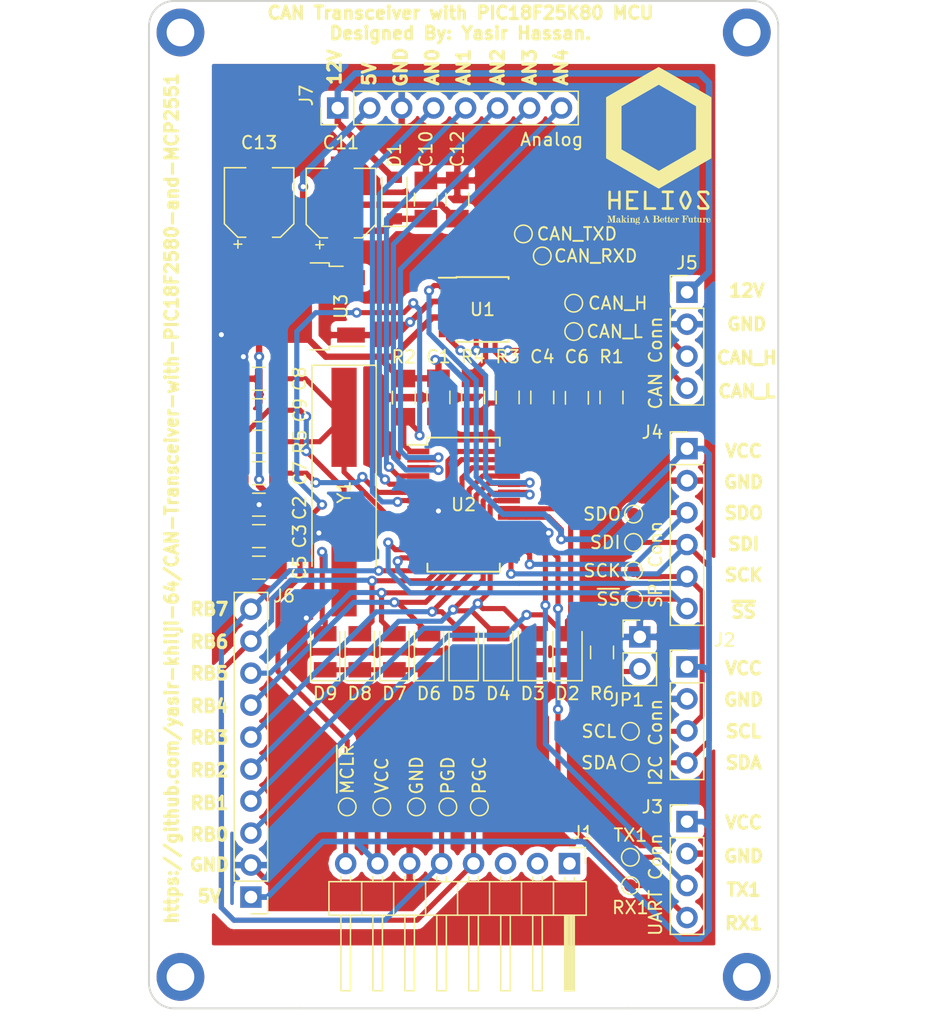
<source format=kicad_pcb>
(kicad_pcb (version 20171130) (host pcbnew "(5.0.0)")
  (layers (0 F.Cu signal) (31 B.Cu signal) (34 B.Paste user) (35 F.Paste user) (36 B.SilkS user) (37 F.SilkS user) (38 B.Mask user) (39 F.Mask user) (44 Edge.Cuts user))
  (net 0 "")
  (net 1 GND)
  (net 2 VCC)
  (net 3 "Net-(C4-Pad1)")
  (net 4 "Net-(C6-Pad1)")
  (net 5 "Net-(C7-Pad2)")
  (net 6 /OSC1)
  (net 7 /OSC2)
  (net 8 /Vin)
  (net 9 +12V)
  (net 10 "Net-(D2-Pad1)")
  (net 11 /RB0)
  (net 12 /RB1)
  (net 13 /RB2_CANTX)
  (net 14 /RB3_CANRX)
  (net 15 /RB4)
  (net 16 /RB5)
  (net 17 /RB6_PGC)
  (net 18 /RB7_PGD)
  (net 19 /~MCLR)
  (net 20 /SCL_SCK)
  (net 21 /SDA_SDI)
  (net 22 /RX1)
  (net 23 /TX1)
  (net 24 /SDO)
  (net 25 /~SS)
  (net 26 /CAN_H)
  (net 27 /CAN_L)
  (net 28 /RA0_AN0)
  (net 29 /RA1_AN1)
  (net 30 /RA2_AN2)
  (net 31 /RA3_AN3)
  (net 32 /RA4_AN4)
  (net 33 "Net-(JP1-Pad2)")
  (net 34 "Net-(R1-Pad1)")
  (net 35 "Net-(U1-Pad5)")
  (net 36 /RC0)
  (net 37 /RC1)
  (net 38 "Net-(J1-Pad3)")
  (net 39 "Net-(J1-Pad2)")
  (net 40 "Net-(J1-Pad1)")
  (module Connector_PinHeader_2.54mm:PinHeader_1x10_P2.54mm_Vertical (layer F.Cu) (at 98.1 131.16 180)
    (fp_text reference J6 (at -2.65 23.91 180) (layer F.SilkS))
    (fp_text value "PORT B" hide)
    (pad 1 thru_hole rect (at 0 0 180) (size 1.7 1.7) (drill 1) (layers *.Cu *.Mask) (net 2 VCC))
    (pad 2 thru_hole oval (at 0 2.54 180) (size 1.7 1.7) (drill 1) (layers *.Cu *.Mask) (net 1 GND))
    (pad 3 thru_hole oval (at 0 5.08 180) (size 1.7 1.7) (drill 1) (layers *.Cu *.Mask) (net 11 /RB0))
    (pad 4 thru_hole oval (at 0 7.62 180) (size 1.7 1.7) (drill 1) (layers *.Cu *.Mask) (net 12 /RB1))
    (pad 5 thru_hole oval (at 0 10.16 180) (size 1.7 1.7) (drill 1) (layers *.Cu *.Mask) (net 13 /RB2_CANTX))
    (pad 6 thru_hole oval (at 0 12.7 180) (size 1.7 1.7) (drill 1) (layers *.Cu *.Mask) (net 14 /RB3_CANRX))
    (pad 7 thru_hole oval (at 0 15.24 180) (size 1.7 1.7) (drill 1) (layers *.Cu *.Mask) (net 15 /RB4))
    (pad 8 thru_hole oval (at 0 17.78 180) (size 1.7 1.7) (drill 1) (layers *.Cu *.Mask) (net 16 /RB5))
    (pad 9 thru_hole oval (at 0 20.32 180) (size 1.7 1.7) (drill 1) (layers *.Cu *.Mask) (net 17 /RB6_PGC))
    (pad 10 thru_hole oval (at 0 22.86 180) (size 1.7 1.7) (drill 1) (layers *.Cu *.Mask) (net 18 /RB7_PGD))
  )
  (module Capacitor_SMD:C_1206_3216Metric_Pad1.39x1.80mm_HandSolder (layer F.Cu) (at 98.7325 92.5 180)
    (fp_text reference C9 (at -3.2675 0 270) (layer F.SilkS))
    (fp_text value 22pF)
    (pad 1 smd rect (at -1.5175 0 180) (size 1.395 1.8) (layers F.Cu F.Paste F.Mask) (net 7 /OSC2))
    (pad 2 smd rect (at 1.5175 0 180) (size 1.395 1.8) (layers F.Cu F.Paste F.Mask) (net 1 GND))
  )
  (module MountingHole:MountingHole_2.2mm_M2_DIN965_Pad (layer F.Cu) (at 137.5 62.5)
    (fp_text reference REF** hide)
    (fp_text value MountingHole_2.2mm_M2_DIN965_Pad)
    (pad 1 thru_hole circle (at 0 0) (size 3.8 3.8) (drill 2.2) (layers *.Cu *.Mask))
  )
  (module MountingHole:MountingHole_2.2mm_M2_DIN965_Pad (layer F.Cu) (at 92.5 62.5)
    (fp_text reference REF** hide)
    (fp_text value MountingHole_2.2mm_M2_DIN965_Pad)
    (pad 1 thru_hole circle (at 0 0) (size 3.8 3.8) (drill 2.2) (layers *.Cu *.Mask))
  )
  (module MountingHole:MountingHole_2.2mm_M2_DIN965_Pad (layer F.Cu) (at 92.5 137.5)
    (fp_text reference REF** hide)
    (fp_text value MountingHole_2.2mm_M2_DIN965_Pad)
    (pad 1 thru_hole circle (at 0 0) (size 3.8 3.8) (drill 2.2) (layers *.Cu *.Mask))
  )
  (module MountingHole:MountingHole_2.2mm_M2_DIN965_Pad (layer F.Cu) (at 137.5 137.5)
    (fp_text reference REF** hide)
    (fp_text value MountingHole_2.2mm_M2_DIN965_Pad)
    (pad 1 thru_hole circle (at 0 0) (size 3.8 3.8) (drill 2.2) (layers *.Cu *.Mask))
  )
  (module Capacitor_SMD:C_1206_3216Metric_Pad1.39x1.80mm_HandSolder (layer F.Cu) (at 113 91.4825 270)
    (fp_text reference C1 (at -3.2325 0) (layer F.SilkS))
    (fp_text value 100nF)
    (pad 2 smd rect (at 1.5175 0 270) (size 1.395 1.8) (layers F.Cu F.Paste F.Mask) (net 1 GND))
    (pad 1 smd rect (at -1.5175 0 270) (size 1.395 1.8) (layers F.Cu F.Paste F.Mask) (net 2 VCC))
  )
  (module Capacitor_SMD:C_1206_3216Metric_Pad1.39x1.80mm_HandSolder (layer F.Cu) (at 98.7325 100 180)
    (fp_text reference C2 (at -3.2325 -0.25 270) (layer F.SilkS))
    (fp_text value 100nF)
    (pad 1 smd rect (at -1.5175 0 180) (size 1.395 1.8) (layers F.Cu F.Paste F.Mask) (net 2 VCC))
    (pad 2 smd rect (at 1.5175 0 180) (size 1.395 1.8) (layers F.Cu F.Paste F.Mask) (net 1 GND))
  )
  (module Capacitor_SMD:C_1206_3216Metric_Pad1.39x1.80mm_HandSolder (layer F.Cu) (at 98.7325 102.5 180)
    (fp_text reference C3 (at -3.2325 0 270) (layer F.SilkS))
    (fp_text value 100nF)
    (pad 2 smd rect (at 1.5175 0 180) (size 1.395 1.8) (layers F.Cu F.Paste F.Mask) (net 1 GND))
    (pad 1 smd rect (at -1.5175 0 180) (size 1.395 1.8) (layers F.Cu F.Paste F.Mask) (net 2 VCC))
  )
  (module Capacitor_SMD:C_1206_3216Metric_Pad1.39x1.80mm_HandSolder (layer F.Cu) (at 121.25 91.4825 90)
    (fp_text reference C4 (at 3.2325 0 180) (layer F.SilkS))
    (fp_text value 560pF)
    (pad 1 smd rect (at -1.5175 0 90) (size 1.395 1.8) (layers F.Cu F.Paste F.Mask) (net 3 "Net-(C4-Pad1)"))
    (pad 2 smd rect (at 1.5175 0 90) (size 1.395 1.8) (layers F.Cu F.Paste F.Mask) (net 1 GND))
  )
  (module Capacitor_SMD:C_1206_3216Metric_Pad1.39x1.80mm_HandSolder (layer F.Cu) (at 98.7325 105 180)
    (fp_text reference C5 (at -3.2325 0 90) (layer F.SilkS))
    (fp_text value 100nF)
    (pad 1 smd rect (at -1.5175 0 180) (size 1.395 1.8) (layers F.Cu F.Paste F.Mask) (net 2 VCC))
    (pad 2 smd rect (at 1.5175 0 180) (size 1.395 1.8) (layers F.Cu F.Paste F.Mask) (net 1 GND))
  )
  (module Capacitor_SMD:C_1206_3216Metric_Pad1.39x1.80mm_HandSolder (layer F.Cu) (at 124 91.5175 90)
    (fp_text reference C6 (at 3.2675 0 180) (layer F.SilkS))
    (fp_text value 560pF)
    (pad 2 smd rect (at 1.5175 0 90) (size 1.395 1.8) (layers F.Cu F.Paste F.Mask) (net 1 GND))
    (pad 1 smd rect (at -1.5175 0 90) (size 1.395 1.8) (layers F.Cu F.Paste F.Mask) (net 4 "Net-(C6-Pad1)"))
  )
  (module Capacitor_SMD:C_1206_3216Metric_Pad1.39x1.80mm_HandSolder (layer F.Cu) (at 98.7325 97.5)
    (fp_text reference C7 (at 3.2675 0 90) (layer F.SilkS))
    (fp_text value 10uF)
    (pad 1 smd rect (at -1.5175 0) (size 1.395 1.8) (layers F.Cu F.Paste F.Mask) (net 1 GND))
    (pad 2 smd rect (at 1.5175 0) (size 1.395 1.8) (layers F.Cu F.Paste F.Mask) (net 5 "Net-(C7-Pad2)"))
  )
  (module Capacitor_SMD:C_1206_3216Metric_Pad1.39x1.80mm_HandSolder (layer F.Cu) (at 98.7325 90 180)
    (fp_text reference C8 (at -3.2325 0 270) (layer F.SilkS))
    (fp_text value 22pF)
    (pad 2 smd rect (at 1.5175 0 180) (size 1.395 1.8) (layers F.Cu F.Paste F.Mask) (net 1 GND))
    (pad 1 smd rect (at -1.5175 0 180) (size 1.395 1.8) (layers F.Cu F.Paste F.Mask) (net 6 /OSC1))
  )
  (module Capacitor_SMD:C_1206_3216Metric_Pad1.39x1.80mm_HandSolder (layer F.Cu) (at 112 75.7675 90)
    (fp_text reference C10 (at 4.0175 0 90) (layer F.SilkS))
    (fp_text value 100nF)
    (pad 1 smd rect (at -1.5175 0 90) (size 1.395 1.8) (layers F.Cu F.Paste F.Mask) (net 8 /Vin))
    (pad 2 smd rect (at 1.5175 0 90) (size 1.395 1.8) (layers F.Cu F.Paste F.Mask) (net 1 GND))
  )
  (module Capacitor_SMD:CP_Elec_5x5.9 (layer F.Cu) (at 105.25 76.05 90)
    (fp_text reference C11 (at 4.8 0) (layer F.SilkS))
    (fp_text value 100uF)
    (pad 1 smd rect (at -2.2 0 90) (size 3 1.6) (layers F.Cu F.Paste F.Mask) (net 8 /Vin))
    (pad 2 smd rect (at 2.2 0 90) (size 3 1.6) (layers F.Cu F.Paste F.Mask) (net 1 GND))
  )
  (module Capacitor_SMD:C_1206_3216Metric_Pad1.39x1.80mm_HandSolder (layer F.Cu) (at 114.5 75.7675 90)
    (fp_text reference C12 (at 4.0175 0 270) (layer F.SilkS))
    (fp_text value 100nF)
    (pad 1 smd rect (at -1.5175 0 90) (size 1.395 1.8) (layers F.Cu F.Paste F.Mask) (net 2 VCC))
    (pad 2 smd rect (at 1.5175 0 90) (size 1.395 1.8) (layers F.Cu F.Paste F.Mask) (net 1 GND))
  )
  (module Capacitor_SMD:CP_Elec_5x5.9 (layer F.Cu) (at 98.75 76 90)
    (fp_text reference C13 (at 4.75 0) (layer F.SilkS))
    (fp_text value 100uF)
    (pad 2 smd rect (at 2.2 0 90) (size 3 1.6) (layers F.Cu F.Paste F.Mask) (net 1 GND))
    (pad 1 smd rect (at -2.2 0 90) (size 3 1.6) (layers F.Cu F.Paste F.Mask) (net 2 VCC))
  )
  (module Diode_SMD:D_SOD-123 (layer F.Cu) (at 109.5 75.65 90)
    (fp_text reference D1 (at 3.4 0 90) (layer F.SilkS))
    (fp_text value MBR0530)
    (pad 2 smd rect (at 1.65 0 90) (size 0.9 1.2) (layers F.Cu F.Paste F.Mask) (net 9 +12V))
    (pad 1 smd rect (at -1.65 0 90) (size 0.9 1.2) (layers F.Cu F.Paste F.Mask) (net 8 /Vin))
  )
  (module Connector_PinHeader_2.54mm:PinHeader_1x08_P2.54mm_Horizontal (layer F.Cu) (at 123.41 128.5 270)
    (fp_text reference J1 (at -2.45 -1.06) (layer F.SilkS))
    (fp_text value "PICKIT4 Conn")
    (pad 8 thru_hole oval (at 0 17.78 270) (size 1.7 1.7) (drill 1) (layers *.Cu *.Mask) (net 19 /~MCLR))
    (pad 7 thru_hole oval (at 0 15.24 270) (size 1.7 1.7) (drill 1) (layers *.Cu *.Mask) (net 2 VCC))
    (pad 6 thru_hole oval (at 0 12.7 270) (size 1.7 1.7) (drill 1) (layers *.Cu *.Mask) (net 1 GND))
    (pad 5 thru_hole oval (at 0 10.16 270) (size 1.7 1.7) (drill 1) (layers *.Cu *.Mask) (net 18 /RB7_PGD))
    (pad 4 thru_hole oval (at 0 7.62 270) (size 1.7 1.7) (drill 1) (layers *.Cu *.Mask) (net 17 /RB6_PGC))
    (pad 3 thru_hole oval (at 0 5.08 270) (size 1.7 1.7) (drill 1) (layers *.Cu *.Mask) (net 38 "Net-(J1-Pad3)"))
    (pad 2 thru_hole oval (at 0 2.54 270) (size 1.7 1.7) (drill 1) (layers *.Cu *.Mask) (net 39 "Net-(J1-Pad2)"))
    (pad 1 thru_hole rect (at 0 0 270) (size 1.7 1.7) (drill 1) (layers *.Cu *.Mask) (net 40 "Net-(J1-Pad1)"))
  )
  (module Connector_PinHeader_2.54mm:PinHeader_1x04_P2.54mm_Vertical (layer F.Cu) (at 132.75 112.88)
    (fp_text reference J2 (at 3 -2.13) (layer F.SilkS))
    (fp_text value "I2C Conn" (at -2.5 6 90) (layer F.SilkS))
    (pad 1 thru_hole rect (at 0 0) (size 1.7 1.7) (drill 1) (layers *.Cu *.Mask) (net 2 VCC))
    (pad 2 thru_hole oval (at 0 2.54) (size 1.7 1.7) (drill 1) (layers *.Cu *.Mask) (net 1 GND))
    (pad 3 thru_hole oval (at 0 5.08) (size 1.7 1.7) (drill 1) (layers *.Cu *.Mask) (net 20 /SCL_SCK))
    (pad 4 thru_hole oval (at 0 7.62) (size 1.7 1.7) (drill 1) (layers *.Cu *.Mask) (net 21 /SDA_SDI))
  )
  (module Connector_PinHeader_2.54mm:PinHeader_1x04_P2.54mm_Vertical (layer F.Cu) (at 132.75 125.17)
    (fp_text reference J3 (at -2.75 -1.17) (layer F.SilkS))
    (fp_text value "UART Conn" (at -2.5 5 90) (layer F.SilkS))
    (pad 4 thru_hole oval (at 0 7.62) (size 1.7 1.7) (drill 1) (layers *.Cu *.Mask) (net 22 /RX1))
    (pad 3 thru_hole oval (at 0 5.08) (size 1.7 1.7) (drill 1) (layers *.Cu *.Mask) (net 23 /TX1))
    (pad 2 thru_hole oval (at 0 2.54) (size 1.7 1.7) (drill 1) (layers *.Cu *.Mask) (net 1 GND))
    (pad 1 thru_hole rect (at 0 0) (size 1.7 1.7) (drill 1) (layers *.Cu *.Mask) (net 2 VCC))
  )
  (module Connector_PinHeader_2.54mm:PinHeader_1x06_P2.54mm_Vertical (layer F.Cu) (at 132.75 95.55)
    (fp_text reference J4 (at -2.75 -1.3) (layer F.SilkS))
    (fp_text value "SPI Conn" (at -2.5 9.2 90) (layer F.SilkS))
    (pad 1 thru_hole rect (at 0 0) (size 1.7 1.7) (drill 1) (layers *.Cu *.Mask) (net 2 VCC))
    (pad 2 thru_hole oval (at 0 2.54) (size 1.7 1.7) (drill 1) (layers *.Cu *.Mask) (net 1 GND))
    (pad 3 thru_hole oval (at 0 5.08) (size 1.7 1.7) (drill 1) (layers *.Cu *.Mask) (net 24 /SDO))
    (pad 4 thru_hole oval (at 0 7.62) (size 1.7 1.7) (drill 1) (layers *.Cu *.Mask) (net 21 /SDA_SDI))
    (pad 5 thru_hole oval (at 0 10.16) (size 1.7 1.7) (drill 1) (layers *.Cu *.Mask) (net 20 /SCL_SCK))
    (pad 6 thru_hole oval (at 0 12.7) (size 1.7 1.7) (drill 1) (layers *.Cu *.Mask) (net 25 /~SS))
  )
  (module Connector_PinHeader_2.54mm:PinHeader_1x04_P2.54mm_Vertical (layer F.Cu) (at 132.75 83.13)
    (fp_text reference J5 (at 0 -2.33) (layer F.SilkS))
    (fp_text value "CAN Conn" (at -2.5 5.62 90) (layer F.SilkS))
    (pad 1 thru_hole rect (at 0 0) (size 1.7 1.7) (drill 1) (layers *.Cu *.Mask) (net 9 +12V))
    (pad 2 thru_hole oval (at 0 2.54) (size 1.7 1.7) (drill 1) (layers *.Cu *.Mask) (net 1 GND))
    (pad 3 thru_hole oval (at 0 5.08) (size 1.7 1.7) (drill 1) (layers *.Cu *.Mask) (net 26 /CAN_H))
    (pad 4 thru_hole oval (at 0 7.62) (size 1.7 1.7) (drill 1) (layers *.Cu *.Mask) (net 27 /CAN_L))
  )
  (module Connector_PinHeader_2.54mm:PinHeader_1x02_P2.54mm_Vertical (layer F.Cu) (at 129 110.5)
    (fp_text reference JP1 (at -1 5) (layer F.SilkS))
    (fp_text value JP_LED)
    (pad 1 thru_hole rect (at 0 0) (size 1.7 1.7) (drill 1) (layers *.Cu *.Mask) (net 1 GND))
    (pad 2 thru_hole oval (at 0 2.54) (size 1.7 1.7) (drill 1) (layers *.Cu *.Mask) (net 33 "Net-(JP1-Pad2)"))
  )
  (module Resistor_SMD:R_1206_3216Metric_Pad1.39x1.80mm_HandSolder (layer F.Cu) (at 126.75 91.4825 270)
    (fp_text reference R1 (at -3.2325 0) (layer F.SilkS))
    (fp_text value 4.7k)
    (pad 1 smd rect (at -1.5175 0 270) (size 1.395 1.8) (layers F.Cu F.Paste F.Mask) (net 34 "Net-(R1-Pad1)"))
    (pad 2 smd rect (at 1.5175 0 270) (size 1.395 1.8) (layers F.Cu F.Paste F.Mask) (net 1 GND))
  )
  (module Resistor_SMD:R_1206_3216Metric_Pad1.39x1.80mm_HandSolder (layer F.Cu) (at 110.25 91.5 270)
    (fp_text reference R2 (at -3.2325 0) (layer F.SilkS))
    (fp_text value 10k)
    (pad 1 smd rect (at -1.5175 0 270) (size 1.395 1.8) (layers F.Cu F.Paste F.Mask) (net 2 VCC))
    (pad 2 smd rect (at 1.5175 0 270) (size 1.395 1.8) (layers F.Cu F.Paste F.Mask) (net 19 /~MCLR))
  )
  (module Resistor_SMD:R_1206_3216Metric_Pad1.39x1.80mm_HandSolder (layer F.Cu) (at 118.5 91.4825 270)
    (fp_text reference R3 (at -3.2325 0) (layer F.SilkS))
    (fp_text value 100)
    (pad 1 smd rect (at -1.5175 0 270) (size 1.395 1.8) (layers F.Cu F.Paste F.Mask) (net 27 /CAN_L))
    (pad 2 smd rect (at 1.5175 0 270) (size 1.395 1.8) (layers F.Cu F.Paste F.Mask) (net 3 "Net-(C4-Pad1)"))
  )
  (module Resistor_SMD:R_1206_3216Metric_Pad1.39x1.80mm_HandSolder (layer F.Cu) (at 115.75 91.4825 270)
    (fp_text reference R4 (at -3.2325 0) (layer F.SilkS))
    (fp_text value 100)
    (pad 2 smd rect (at 1.5175 0 270) (size 1.395 1.8) (layers F.Cu F.Paste F.Mask) (net 4 "Net-(C6-Pad1)"))
    (pad 1 smd rect (at -1.5175 0 270) (size 1.395 1.8) (layers F.Cu F.Paste F.Mask) (net 26 /CAN_H))
  )
  (module Resistor_SMD:R_1206_3216Metric_Pad1.39x1.80mm_HandSolder (layer F.Cu) (at 98.7325 95)
    (fp_text reference R5 (at 3.2675 0 90) (layer F.SilkS))
    (fp_text value 1M)
    (pad 2 smd rect (at 1.5175 0) (size 1.395 1.8) (layers F.Cu F.Paste F.Mask) (net 6 /OSC1))
    (pad 1 smd rect (at -1.5175 0) (size 1.395 1.8) (layers F.Cu F.Paste F.Mask) (net 7 /OSC2))
  )
  (module Package_SO:SOIC-8_3.9x4.9mm_P1.27mm (layer F.Cu) (at 116.5 84.5)
    (fp_text reference U1 (at 0 0) (layer F.SilkS))
    (fp_text value MCP2551-I-SN)
    (pad 1 smd rect (at -2.7 -1.905) (size 1.55 0.6) (layers F.Cu F.Paste F.Mask) (net 13 /RB2_CANTX))
    (pad 2 smd rect (at -2.7 -0.635) (size 1.55 0.6) (layers F.Cu F.Paste F.Mask) (net 1 GND))
    (pad 3 smd rect (at -2.7 0.635) (size 1.55 0.6) (layers F.Cu F.Paste F.Mask) (net 2 VCC))
    (pad 4 smd rect (at -2.7 1.905) (size 1.55 0.6) (layers F.Cu F.Paste F.Mask) (net 14 /RB3_CANRX))
    (pad 5 smd rect (at 2.7 1.905) (size 1.55 0.6) (layers F.Cu F.Paste F.Mask) (net 35 "Net-(U1-Pad5)"))
    (pad 6 smd rect (at 2.7 0.635) (size 1.55 0.6) (layers F.Cu F.Paste F.Mask) (net 27 /CAN_L))
    (pad 7 smd rect (at 2.7 -0.635) (size 1.55 0.6) (layers F.Cu F.Paste F.Mask) (net 26 /CAN_H))
    (pad 8 smd rect (at 2.7 -1.905) (size 1.55 0.6) (layers F.Cu F.Paste F.Mask) (net 34 "Net-(R1-Pad1)"))
  )
  (module Package_SO:SSOP-28_5.3x10.2mm_P0.65mm (layer F.Cu) (at 115 100)
    (fp_text reference U2 (at 0 0) (layer F.SilkS))
    (fp_text value PIC18F25K80_ISS)
    (pad 1 smd rect (at -3.6 -4.225) (size 1.75 0.45) (layers F.Cu F.Paste F.Mask) (net 19 /~MCLR))
    (pad 2 smd rect (at -3.6 -3.575) (size 1.75 0.45) (layers F.Cu F.Paste F.Mask) (net 28 /RA0_AN0))
    (pad 3 smd rect (at -3.6 -2.925) (size 1.75 0.45) (layers F.Cu F.Paste F.Mask) (net 29 /RA1_AN1))
    (pad 4 smd rect (at -3.6 -2.275) (size 1.75 0.45) (layers F.Cu F.Paste F.Mask) (net 30 /RA2_AN2))
    (pad 5 smd rect (at -3.6 -1.625) (size 1.75 0.45) (layers F.Cu F.Paste F.Mask) (net 31 /RA3_AN3))
    (pad 6 smd rect (at -3.6 -0.975) (size 1.75 0.45) (layers F.Cu F.Paste F.Mask) (net 5 "Net-(C7-Pad2)"))
    (pad 7 smd rect (at -3.6 -0.325) (size 1.75 0.45) (layers F.Cu F.Paste F.Mask) (net 32 /RA4_AN4))
    (pad 8 smd rect (at -3.6 0.325) (size 1.75 0.45) (layers F.Cu F.Paste F.Mask) (net 1 GND))
    (pad 9 smd rect (at -3.6 0.975) (size 1.75 0.45) (layers F.Cu F.Paste F.Mask) (net 6 /OSC1))
    (pad 10 smd rect (at -3.6 1.625) (size 1.75 0.45) (layers F.Cu F.Paste F.Mask) (net 7 /OSC2))
    (pad 11 smd rect (at -3.6 2.275) (size 1.75 0.45) (layers F.Cu F.Paste F.Mask) (net 36 /RC0))
    (pad 12 smd rect (at -3.6 2.925) (size 1.75 0.45) (layers F.Cu F.Paste F.Mask) (net 37 /RC1))
    (pad 13 smd rect (at -3.6 3.575) (size 1.75 0.45) (layers F.Cu F.Paste F.Mask) (net 25 /~SS))
    (pad 14 smd rect (at -3.6 4.225) (size 1.75 0.45) (layers F.Cu F.Paste F.Mask) (net 20 /SCL_SCK))
    (pad 15 smd rect (at 3.6 4.225) (size 1.75 0.45) (layers F.Cu F.Paste F.Mask) (net 21 /SDA_SDI))
    (pad 16 smd rect (at 3.6 3.575) (size 1.75 0.45) (layers F.Cu F.Paste F.Mask) (net 24 /SDO))
    (pad 17 smd rect (at 3.6 2.925) (size 1.75 0.45) (layers F.Cu F.Paste F.Mask) (net 23 /TX1))
    (pad 18 smd rect (at 3.6 2.275) (size 1.75 0.45) (layers F.Cu F.Paste F.Mask) (net 22 /RX1))
    (pad 19 smd rect (at 3.6 1.625) (size 1.75 0.45) (layers F.Cu F.Paste F.Mask) (net 1 GND))
    (pad 20 smd rect (at 3.6 0.975) (size 1.75 0.45) (layers F.Cu F.Paste F.Mask) (net 2 VCC))
    (pad 21 smd rect (at 3.6 0.325) (size 1.75 0.45) (layers F.Cu F.Paste F.Mask) (net 11 /RB0))
    (pad 22 smd rect (at 3.6 -0.325) (size 1.75 0.45) (layers F.Cu F.Paste F.Mask) (net 12 /RB1))
    (pad 23 smd rect (at 3.6 -0.975) (size 1.75 0.45) (layers F.Cu F.Paste F.Mask) (net 13 /RB2_CANTX))
    (pad 24 smd rect (at 3.6 -1.625) (size 1.75 0.45) (layers F.Cu F.Paste F.Mask) (net 14 /RB3_CANRX))
    (pad 25 smd rect (at 3.6 -2.275) (size 1.75 0.45) (layers F.Cu F.Paste F.Mask) (net 15 /RB4))
    (pad 26 smd rect (at 3.6 -2.925) (size 1.75 0.45) (layers F.Cu F.Paste F.Mask) (net 16 /RB5))
    (pad 27 smd rect (at 3.6 -3.575) (size 1.75 0.45) (layers F.Cu F.Paste F.Mask) (net 17 /RB6_PGC))
    (pad 28 smd rect (at 3.6 -4.225) (size 1.75 0.45) (layers F.Cu F.Paste F.Mask) (net 18 /RB7_PGD))
  )
  (module Package_TO_SOT_SMD:TO-252-2 (layer F.Cu) (at 101.85 84.25 180)
    (fp_text reference U3 (at -3.4 0 270) (layer F.SilkS))
    (fp_text value NCP1117-5.0_TO252)
    (pad 1 smd rect (at -4.2 -2.28 180) (size 2.2 1.2) (layers F.Cu F.Paste F.Mask) (net 1 GND))
    (pad 3 smd rect (at -4.2 2.28 180) (size 2.2 1.2) (layers F.Cu F.Paste F.Mask) (net 8 /Vin))
    (pad 2 smd rect (at 2.1 0 180) (size 6.4 5.8) (layers F.Cu F.Mask) (net 2 VCC))
  )
  (module Crystal:Crystal_SMD_HC49-SD_HandSoldering (layer F.Cu) (at 105.5 99 270)
    (fp_text reference Y1 (at 0 0 270) (layer F.SilkS))
    (fp_text value 20MHz)
    (pad 1 smd rect (at -5.9375 0 270) (size 7.875 2) (layers F.Cu F.Paste F.Mask) (net 6 /OSC1))
    (pad 2 smd rect (at 5.9375 0 270) (size 7.875 2) (layers F.Cu F.Paste F.Mask) (net 7 /OSC2))
  )
  (module Connector_PinHeader_2.54mm:PinHeader_1x08_P2.54mm_Vertical (layer F.Cu) (at 105 68.5 90)
    (fp_text reference J7 (at 1 -2.5 90) (layer F.SilkS))
    (fp_text value Analog (at -2.5 17) (layer F.SilkS))
    (pad 1 thru_hole rect (at 0 0 90) (size 1.7 1.7) (drill 1) (layers *.Cu *.Mask) (net 9 +12V))
    (pad 2 thru_hole oval (at 0 2.54 90) (size 1.7 1.7) (drill 1) (layers *.Cu *.Mask) (net 2 VCC))
    (pad 3 thru_hole oval (at 0 5.08 90) (size 1.7 1.7) (drill 1) (layers *.Cu *.Mask) (net 1 GND))
    (pad 4 thru_hole oval (at 0 7.62 90) (size 1.7 1.7) (drill 1) (layers *.Cu *.Mask) (net 32 /RA4_AN4))
    (pad 5 thru_hole oval (at 0 10.16 90) (size 1.7 1.7) (drill 1) (layers *.Cu *.Mask) (net 31 /RA3_AN3))
    (pad 6 thru_hole oval (at 0 12.7 90) (size 1.7 1.7) (drill 1) (layers *.Cu *.Mask) (net 30 /RA2_AN2))
    (pad 7 thru_hole oval (at 0 15.24 90) (size 1.7 1.7) (drill 1) (layers *.Cu *.Mask) (net 29 /RA1_AN1))
    (pad 8 thru_hole oval (at 0 17.78 90) (size 1.7 1.7) (drill 1) (layers *.Cu *.Mask) (net 28 /RA0_AN0))
  )
  (module LED_SMD:LED_1206_3216Metric_Pad1.22x1.80mm_HandSolder (layer F.Cu) (at 123.25 111.68 90)
    (fp_text reference D2 (at -3.32 0 180) (layer F.SilkS))
    (fp_text value Green)
    (pad 2 smd rect (at 1.43 0 90) (size 1.22 1.8) (layers F.Cu F.Paste F.Mask) (net 11 /RB0))
    (pad 1 smd rect (at -1.43 0 90) (size 1.22 1.8) (layers F.Cu F.Paste F.Mask) (net 10 "Net-(D2-Pad1)"))
  )
  (module LED_SMD:LED_1206_3216Metric_Pad1.22x1.80mm_HandSolder (layer F.Cu) (at 120.5 111.68 90)
    (fp_text reference D3 (at -3.32 0 180) (layer F.SilkS))
    (fp_text value Green)
    (pad 1 smd rect (at -1.43 0 90) (size 1.22 1.8) (layers F.Cu F.Paste F.Mask) (net 10 "Net-(D2-Pad1)"))
    (pad 2 smd rect (at 1.43 0 90) (size 1.22 1.8) (layers F.Cu F.Paste F.Mask) (net 12 /RB1))
  )
  (module LED_SMD:LED_1206_3216Metric_Pad1.22x1.80mm_HandSolder (layer F.Cu) (at 117.75 111.68 90)
    (fp_text reference D4 (at -3.32 0 180) (layer F.SilkS))
    (fp_text value Green)
    (pad 2 smd rect (at 1.43 0 90) (size 1.22 1.8) (layers F.Cu F.Paste F.Mask) (net 13 /RB2_CANTX))
    (pad 1 smd rect (at -1.43 0 90) (size 1.22 1.8) (layers F.Cu F.Paste F.Mask) (net 10 "Net-(D2-Pad1)"))
  )
  (module LED_SMD:LED_1206_3216Metric_Pad1.22x1.80mm_HandSolder (layer F.Cu) (at 115 111.68 90)
    (fp_text reference D5 (at -3.32 0 180) (layer F.SilkS))
    (fp_text value Green)
    (pad 1 smd rect (at -1.43 0 90) (size 1.22 1.8) (layers F.Cu F.Paste F.Mask) (net 10 "Net-(D2-Pad1)"))
    (pad 2 smd rect (at 1.43 0 90) (size 1.22 1.8) (layers F.Cu F.Paste F.Mask) (net 14 /RB3_CANRX))
  )
  (module LED_SMD:LED_1206_3216Metric_Pad1.22x1.80mm_HandSolder (layer F.Cu) (at 112.25 111.68 90)
    (fp_text reference D6 (at -3.32 0 180) (layer F.SilkS))
    (fp_text value Green)
    (pad 1 smd rect (at -1.43 0 90) (size 1.22 1.8) (layers F.Cu F.Paste F.Mask) (net 10 "Net-(D2-Pad1)"))
    (pad 2 smd rect (at 1.43 0 90) (size 1.22 1.8) (layers F.Cu F.Paste F.Mask) (net 15 /RB4))
  )
  (module LED_SMD:LED_1206_3216Metric_Pad1.22x1.80mm_HandSolder (layer F.Cu) (at 109.5 111.68 90)
    (fp_text reference D7 (at -3.32 0 180) (layer F.SilkS))
    (fp_text value Green)
    (pad 2 smd rect (at 1.43 0 90) (size 1.22 1.8) (layers F.Cu F.Paste F.Mask) (net 16 /RB5))
    (pad 1 smd rect (at -1.43 0 90) (size 1.22 1.8) (layers F.Cu F.Paste F.Mask) (net 10 "Net-(D2-Pad1)"))
  )
  (module LED_SMD:LED_1206_3216Metric_Pad1.22x1.80mm_HandSolder (layer F.Cu) (at 106.75 111.68 90)
    (fp_text reference D8 (at -3.32 0 180) (layer F.SilkS))
    (fp_text value Green)
    (pad 1 smd rect (at -1.43 0 90) (size 1.22 1.8) (layers F.Cu F.Paste F.Mask) (net 10 "Net-(D2-Pad1)"))
    (pad 2 smd rect (at 1.43 0 90) (size 1.22 1.8) (layers F.Cu F.Paste F.Mask) (net 17 /RB6_PGC))
  )
  (module LED_SMD:LED_1206_3216Metric_Pad1.22x1.80mm_HandSolder (layer F.Cu) (at 104 111.68 90)
    (fp_text reference D9 (at -3.32 0 180) (layer F.SilkS))
    (fp_text value Green)
    (pad 2 smd rect (at 1.43 0 90) (size 1.22 1.8) (layers F.Cu F.Paste F.Mask) (net 18 /RB7_PGD))
    (pad 1 smd rect (at -1.43 0 90) (size 1.22 1.8) (layers F.Cu F.Paste F.Mask) (net 10 "Net-(D2-Pad1)"))
  )
  (module Resistor_SMD:R_1206_3216Metric_Pad1.39x1.80mm_HandSolder (layer F.Cu) (at 126 111.7325 270)
    (fp_text reference R6 (at 3.2675 0) (layer F.SilkS))
    (fp_text value 330)
    (pad 1 smd rect (at -1.5175 0 270) (size 1.395 1.8) (layers F.Cu F.Paste F.Mask) (net 10 "Net-(D2-Pad1)"))
    (pad 2 smd rect (at 1.5175 0 270) (size 1.395 1.8) (layers F.Cu F.Paste F.Mask) (net 33 "Net-(JP1-Pad2)"))
  )
  (module TestPoint:TestPoint_Pad_D1.0mm (layer F.Cu) (at 105.75 124 180)
    (fp_text reference TP1 hide)
    (fp_text value ~MCLR (at 0 3 270) (layer F.SilkS))
    (pad 1 smd circle (at 0 0 180) (size 1 1) (layers F.Cu F.Mask) (net 19 /~MCLR))
  )
  (module TestPoint:TestPoint_Pad_D1.0mm (layer F.Cu) (at 113.75 124 180)
    (fp_text reference TP2 hide)
    (fp_text value PGD (at 0 2.5 270) (layer F.SilkS))
    (pad 1 smd circle (at 0 0 180) (size 1 1) (layers F.Cu F.Mask) (net 18 /RB7_PGD))
  )
  (module TestPoint:TestPoint_Pad_D1.0mm (layer F.Cu) (at 116.25 124 180)
    (fp_text reference TP3 hide)
    (fp_text value PGC (at 0 2.5 270) (layer F.SilkS))
    (pad 1 smd circle (at 0 0 180) (size 1 1) (layers F.Cu F.Mask) (net 17 /RB6_PGC))
  )
  (module TestPoint:TestPoint_Pad_D1.0mm (layer F.Cu) (at 123.75 84 90)
    (fp_text reference TP4 hide)
    (fp_text value CAN_H (at 0 3.5 180) (layer F.SilkS))
    (pad 1 smd circle (at 0 0 90) (size 1 1) (layers F.Cu F.Mask) (net 26 /CAN_H))
  )
  (module TestPoint:TestPoint_Pad_D1.0mm (layer F.Cu) (at 123.75 86.25 90)
    (fp_text reference TP5 hide)
    (fp_text value CAN_L (at 0 3.25) (layer F.SilkS))
    (pad 1 smd circle (at 0 0 90) (size 1 1) (layers F.Cu F.Mask) (net 27 /CAN_L))
  )
  (module TestPoint:TestPoint_Pad_D1.0mm (layer F.Cu) (at 119.75 78.5)
    (fp_text reference TP6 hide)
    (fp_text value CAN_TXD (at 4.25 0) (layer F.SilkS))
    (pad 1 smd circle (at 0 0) (size 1 1) (layers F.Cu F.Mask) (net 13 /RB2_CANTX))
  )
  (module TestPoint:TestPoint_Pad_D1.0mm (layer F.Cu) (at 121.25 80.25)
    (fp_text reference TP7 hide)
    (fp_text value CAN_RXD (at 4.25 0) (layer F.SilkS))
    (pad 1 smd circle (at 0 0) (size 1 1) (layers F.Cu F.Mask) (net 14 /RB3_CANRX))
  )
  (module TestPoint:TestPoint_Pad_D1.0mm (layer F.Cu) (at 128.25 118)
    (fp_text reference TP8 hide)
    (fp_text value SCL (at -2.5 0) (layer F.SilkS))
    (pad 1 smd circle (at 0 0) (size 1 1) (layers F.Cu F.Mask) (net 20 /SCL_SCK))
  )
  (module TestPoint:TestPoint_Pad_D1.0mm (layer F.Cu) (at 128.25 120.5)
    (fp_text reference TP9 hide)
    (fp_text value SDA (at -2.5 0) (layer F.SilkS))
    (pad 1 smd circle (at 0 0) (size 1 1) (layers F.Cu F.Mask) (net 21 /SDA_SDI))
  )
  (module TestPoint:TestPoint_Pad_D1.0mm (layer F.Cu) (at 128.25 128)
    (fp_text reference TP10 hide)
    (fp_text value TX1 (at 0 -1.75) (layer F.SilkS))
    (pad 1 smd circle (at 0 0) (size 1 1) (layers F.Cu F.Mask) (net 23 /TX1))
  )
  (module TestPoint:TestPoint_Pad_D1.0mm (layer F.Cu) (at 128.25 130.25)
    (fp_text reference TP11 hide)
    (fp_text value RX1 (at 0 1.75) (layer F.SilkS))
    (pad 1 smd circle (at 0 0) (size 1 1) (layers F.Cu F.Mask) (net 22 /RX1))
  )
  (module TestPoint:TestPoint_Pad_D1.0mm (layer F.Cu) (at 128.5 105.25)
    (fp_text reference TP12 hide)
    (fp_text value SCK (at -2.5 0) (layer F.SilkS))
    (pad 1 smd circle (at 0 0) (size 1 1) (layers F.Cu F.Mask) (net 20 /SCL_SCK))
  )
  (module TestPoint:TestPoint_Pad_D1.0mm (layer F.Cu) (at 128.5 103)
    (fp_text reference TP13 hide)
    (fp_text value SDI (at -2.25 0) (layer F.SilkS))
    (pad 1 smd circle (at 0 0) (size 1 1) (layers F.Cu F.Mask) (net 21 /SDA_SDI))
  )
  (module TestPoint:TestPoint_Pad_D1.0mm (layer F.Cu) (at 128.5 100.75)
    (fp_text reference TP14 hide)
    (fp_text value SDO (at -2.5 0) (layer F.SilkS))
    (pad 1 smd circle (at 0 0) (size 1 1) (layers F.Cu F.Mask) (net 24 /SDO))
  )
  (module TestPoint:TestPoint_Pad_D1.0mm (layer F.Cu) (at 128.5 107.5)
    (fp_text reference TP15 hide)
    (fp_text value ~SS (at -2 0) (layer F.SilkS))
    (pad 1 smd circle (at 0 0) (size 1 1) (layers F.Cu F.Mask) (net 25 /~SS))
  )
  (module TestPoint:TestPoint_Pad_D1.0mm (layer F.Cu) (at 108.5 124 180)
    (fp_text reference TP16 hide)
    (fp_text value VCC (at 0 2.5 90) (layer F.SilkS))
    (pad 1 smd circle (at 0 0 180) (size 1 1) (layers F.Cu F.Mask) (net 2 VCC))
  )
  (module TestPoint:TestPoint_Pad_D1.0mm (layer F.Cu) (at 111.25 124 180)
    (fp_text reference TP17 hide)
    (fp_text value GND (at 0 2.5 270) (layer F.SilkS))
    (pad 1 smd circle (at 0 0 180) (size 1 1) (layers F.Cu F.Mask) (net 1 GND))
  )
  (module Logo:Logo (layer F.Cu) (at 130.5 71.5)
    (fp_text reference G*** hide)
    (fp_text value LOGO hide)
  )
  (gr_line (start 102 140) (end 128 140) (layer Edge.Cuts) (width 0.15))
  (gr_text 12V (at 137.5 83) (layer F.SilkS) (effects (font (size 1 1) (thickness 0.25))))
  (gr_text GND (at 137.5 85.666666) (layer F.SilkS) (effects (font (size 1 1) (thickness 0.25))))
  (gr_text CAN_H (at 137.5 88.333332) (layer F.SilkS) (effects (font (size 1 1) (thickness 0.25))))
  (gr_text CAN_L (at 137.5 91) (layer F.SilkS) (effects (font (size 1 1) (thickness 0.25))))
  (gr_text VCC (at 137.25 95.75) (layer F.SilkS) (effects (font (size 1 1) (thickness 0.25))))
  (gr_text GND (at 137.25 98.211) (layer F.SilkS) (effects (font (size 1 1) (thickness 0.25))))
  (gr_text SDO (at 137.25 100.672) (layer F.SilkS) (effects (font (size 1 1) (thickness 0.25))))
  (gr_text SDI (at 137.25 103.133) (layer F.SilkS) (effects (font (size 1 1) (thickness 0.25))))
  (gr_text SCK (at 137.25 105.594) (layer F.SilkS) (effects (font (size 1 1) (thickness 0.25))))
  (gr_text ~SS (at 137.25 108.5) (layer F.SilkS) (effects (font (size 1 1) (thickness 0.25))))
  (gr_text VCC (at 137.25 113) (layer F.SilkS) (effects (font (size 1 1) (thickness 0.25))))
  (gr_text GND (at 137.25 115.5) (layer F.SilkS) (effects (font (size 1 1) (thickness 0.25))))
  (gr_text SCL (at 137.25 118) (layer F.SilkS) (effects (font (size 1 1) (thickness 0.25))))
  (gr_text SDA (at 137.25 120.5) (layer F.SilkS) (effects (font (size 1 1) (thickness 0.25))))
  (gr_text VCC (at 137.25 125.25) (layer F.SilkS) (effects (font (size 1 1) (thickness 0.25))))
  (gr_text GND (at 137.25 127.916666) (layer F.SilkS) (effects (font (size 1 1) (thickness 0.25))))
  (gr_text TX1 (at 137.25 130.583332) (layer F.SilkS) (effects (font (size 1 1) (thickness 0.25))))
  (gr_text RX1 (at 137.25 133.25) (layer F.SilkS) (effects (font (size 1 1) (thickness 0.25))))
  (gr_line (start 138 140) (end 128 140) (layer Edge.Cuts) (width 0.15))
  (gr_line (start 102 140) (end 92 140) (layer Edge.Cuts) (width 0.15))
  (gr_text 5V (at 94.8 131.1) (layer F.SilkS) (effects (font (size 1 1) (thickness 0.25))))
  (gr_text GND (at 94.8 128.6) (layer F.SilkS) (effects (font (size 1 1) (thickness 0.25))))
  (gr_text RB0 (at 94.8 126.2) (layer F.SilkS) (effects (font (size 1 1) (thickness 0.25))))
  (gr_text RB1 (at 94.8 123.7) (layer F.SilkS) (effects (font (size 1 1) (thickness 0.25))))
  (gr_text RB2 (at 94.8 121.1) (layer F.SilkS) (effects (font (size 1 1) (thickness 0.25))))
  (gr_text RB3 (at 94.8 118.5) (layer F.SilkS) (effects (font (size 1 1) (thickness 0.25))))
  (gr_text RB4 (at 94.8 116) (layer F.SilkS) (effects (font (size 1 1) (thickness 0.25))))
  (gr_text RB5 (at 94.8 113.4) (layer F.SilkS) (effects (font (size 1 1) (thickness 0.25))))
  (gr_text RB6 (at 94.8 110.9) (layer F.SilkS) (effects (font (size 1 1) (thickness 0.25))))
  (gr_text https://github.com/yasir-khilji-64/CAN-Transceiver-with-PIC18F2580-and-MCP2551 (at 91.8 99.5 90) (layer F.SilkS) (effects (font (size 1 1) (thickness 0.25))))
  (gr_text RB7 (at 94.8 108.3) (layer F.SilkS) (effects (font (size 1 1) (thickness 0.25))))
  (gr_text "CAN Transceiver with PIC18F25K80 MCU\nDesigned By: Yasir Hassan." (at 114.75 61.75) (layer F.SilkS) (effects (font (size 1 1) (thickness 0.25))))
  (gr_text AN2 (at 117.7 65.25 90) (layer F.SilkS) (effects (font (size 1 1) (thickness 0.25))))
  (gr_text AN4 (at 122.75 65.25 90) (layer F.SilkS) (effects (font (size 1 1) (thickness 0.25))))
  (gr_text AN3 (at 120.25 65.25 90) (layer F.SilkS) (effects (font (size 1 1) (thickness 0.25))))
  (gr_text AN1 (at 115 65.25 90) (layer F.SilkS) (effects (font (size 1 1) (thickness 0.25))))
  (gr_text AN0 (at 112.5 65.25 90) (layer F.SilkS) (effects (font (size 1 1) (thickness 0.25))))
  (gr_text GND (at 110 65.25 90) (layer F.SilkS) (effects (font (size 1 1) (thickness 0.25))))
  (gr_text 5V (at 107.5 65.8 90) (layer F.SilkS) (effects (font (size 1 1) (thickness 0.25))))
  (gr_text 12V (at 104.75 65.25 90) (layer F.SilkS) (effects (font (size 1 1) (thickness 0.25))))
  (gr_arc (start 138 138) (end 138 140) (angle -90) (layer Edge.Cuts) (width 0.15))
  (gr_arc (start 92 138) (end 90 138) (angle -90) (layer Edge.Cuts) (width 0.15))
  (gr_arc (start 92 62) (end 92 60) (angle -90) (layer Edge.Cuts) (width 0.15))
  (gr_arc (start 138 62) (end 140 62) (angle -90) (layer Edge.Cuts) (width 0.15))
  (gr_line (start 140 62) (end 140 138) (layer Edge.Cuts) (width 0.15))
  (gr_line (start 92 60) (end 138 60) (layer Edge.Cuts) (width 0.15))
  (gr_line (start 90 138) (end 90 62) (layer Edge.Cuts) (width 0.15))
  (via (at 113 100.5) (size 0.8) (drill 0.4) (layers F.Cu B.Cu) (net 1))
  (segment (start 111.4 100.325) (end 112.825 100.325) (width 0.508) (layer F.Cu) (net 1))
  (segment (start 112.825 100.325) (end 113 100.5) (width 0.508) (layer F.Cu) (net 1))
  (via (at 110.75 85.5) (size 0.8) (drill 0.4) (layers F.Cu B.Cu) (net 1))
  (segment (start 106.05 86.53) (end 109.72 86.53) (width 0.4572) (layer F.Cu) (net 1))
  (segment (start 109.72 86.53) (end 110.75 85.5) (width 0.4572) (layer F.Cu) (net 1))
  (segment (start 112.385 83.865) (end 110.75 85.5) (width 0.4572) (layer F.Cu) (net 1))
  (segment (start 113.8 83.865) (end 112.385 83.865) (width 0.4572) (layer F.Cu) (net 1))
  (segment (start 97.215 92.5) (end 97.215 90) (width 0.4572) (layer F.Cu) (net 1))
  (via (at 95.75 86.5) (size 0.8) (drill 0.4) (layers F.Cu B.Cu) (net 1))
  (segment (start 95.75 87.035802) (end 95.75 86.5) (width 0.4572) (layer F.Cu) (net 1))
  (segment (start 97.215 90) (end 97.215 88.500802) (width 0.4572) (layer F.Cu) (net 1))
  (segment (start 97.215 88.500802) (end 95.75 87.035802) (width 0.4572) (layer F.Cu) (net 1))
  (via (at 97.5 88.25) (size 0.8) (drill 0.4) (layers F.Cu B.Cu) (net 1))
  (segment (start 97.215 90) (end 97.215 88.535) (width 0.4572) (layer F.Cu) (net 1))
  (segment (start 97.215 88.535) (end 97.5 88.25) (width 0.4572) (layer F.Cu) (net 1))
  (segment (start 97.5 88.25) (end 95.75 90) (width 0.4572) (layer B.Cu) (net 1))
  (segment (start 95.75 90) (end 95.75 99.25) (width 0.4572) (layer B.Cu) (net 1))
  (via (at 98.75 100) (size 0.8) (drill 0.4) (layers F.Cu B.Cu) (net 1))
  (segment (start 95.75 99.25) (end 96.5 100) (width 0.4572) (layer B.Cu) (net 1))
  (segment (start 96.5 100) (end 98.75 100) (width 0.4572) (layer B.Cu) (net 1))
  (segment (start 98.75 100) (end 97.215 100) (width 0.4572) (layer F.Cu) (net 1))
  (segment (start 97.215 97.5) (end 97.215 100) (width 0.4572) (layer F.Cu) (net 1))
  (segment (start 97.215 100) (end 97.215 102.5) (width 0.4572) (layer F.Cu) (net 1))
  (segment (start 97.215 102.5) (end 97.215 105) (width 0.4572) (layer F.Cu) (net 1))
  (via (at 121.75 102.25) (size 0.8) (drill 0.4) (layers F.Cu B.Cu) (net 1))
  (segment (start 118.6 101.625) (end 121.125 101.625) (width 0.4572) (layer F.Cu) (net 1))
  (segment (start 121.125 101.625) (end 121.75 102.25) (width 0.4572) (layer F.Cu) (net 1))
  (segment (start 121.75 102.25) (end 121 101.5) (width 0.4572) (layer B.Cu) (net 1))
  (segment (start 114 101.5) (end 113 100.5) (width 0.4572) (layer B.Cu) (net 1))
  (segment (start 121 101.5) (end 114 101.5) (width 0.4572) (layer B.Cu) (net 1))
  (segment (start 110.71 124.54) (end 111.25 124) (width 0.4572) (layer F.Cu) (net 1))
  (segment (start 110.71 128.5) (end 110.71 124.54) (width 0.4572) (layer F.Cu) (net 1))
  (segment (start 110.71 129.79) (end 110.71 128.5) (width 0.4572) (layer F.Cu) (net 1))
  (segment (start 110.5 130) (end 110.71 129.79) (width 0.4572) (layer F.Cu) (net 1))
  (segment (start 98.1 128.62) (end 99.48 130) (width 0.4572) (layer F.Cu) (net 1))
  (segment (start 99.48 130) (end 110.5 130) (width 0.4572) (layer F.Cu) (net 1))
  (via (at 102.5 109) (size 0.8) (drill 0.4) (layers F.Cu B.Cu) (net 1))
  (via (at 103.5 102.25) (size 0.8) (drill 0.4) (layers F.Cu B.Cu) (net 1))
  (segment (start 103.100001 102.649999) (end 103.5 102.25) (width 0.4572) (layer F.Cu) (net 1))
  (segment (start 102.899999 102.850001) (end 103.100001 102.649999) (width 0.4572) (layer F.Cu) (net 1))
  (segment (start 102.899999 108.600001) (end 102.899999 102.850001) (width 0.4572) (layer F.Cu) (net 1))
  (segment (start 102.5 109) (end 102.899999 108.600001) (width 0.4572) (layer F.Cu) (net 1))
  (segment (start 99.75 84.25) (end 98.75 83.25) (width 0.508) (layer F.Cu) (net 2))
  (segment (start 98.75 83.25) (end 98.75 78.2) (width 0.508) (layer F.Cu) (net 2))
  (segment (start 110.2675 89.965) (end 110.25 89.9825) (width 0.508) (layer F.Cu) (net 2))
  (segment (start 113 89.965) (end 110.2675 89.965) (width 0.508) (layer F.Cu) (net 2))
  (segment (start 110.25 89.9825) (end 109.9825 89.9825) (width 0.508) (layer F.Cu) (net 2))
  (segment (start 109.9825 89.9825) (end 108.25 88.25) (width 0.508) (layer F.Cu) (net 2))
  (segment (start 100.05 84.25) (end 99.75 84.25) (width 0.508) (layer F.Cu) (net 2))
  (segment (start 104.05 88.25) (end 100.05 84.25) (width 0.508) (layer F.Cu) (net 2))
  (segment (start 108.25 88.25) (end 104.05 88.25) (width 0.508) (layer F.Cu) (net 2))
  (segment (start 109.402 88.25) (end 108.25 88.25) (width 0.508) (layer F.Cu) (net 2))
  (segment (start 112.517 85.135) (end 109.402 88.25) (width 0.508) (layer F.Cu) (net 2))
  (segment (start 113.8 85.135) (end 112.517 85.135) (width 0.508) (layer F.Cu) (net 2))
  (segment (start 100.058 78.2) (end 98.75 78.2) (width 0.508) (layer F.Cu) (net 2))
  (segment (start 102.076901 76.181099) (end 100.058 78.2) (width 0.508) (layer F.Cu) (net 2))
  (segment (start 113.193599 76.181099) (end 102.076901 76.181099) (width 0.508) (layer F.Cu) (net 2))
  (segment (start 114.2975 77.285) (end 113.193599 76.181099) (width 0.508) (layer F.Cu) (net 2))
  (segment (start 114.5 77.285) (end 114.2975 77.285) (width 0.508) (layer F.Cu) (net 2))
  (segment (start 107.54 68.5) (end 102.25 73.79) (width 0.508) (layer B.Cu) (net 2))
  (via (at 102.25 74.75) (size 0.8) (drill 0.4) (layers F.Cu B.Cu) (net 2))
  (segment (start 102.25 73.79) (end 102.25 74.75) (width 0.508) (layer B.Cu) (net 2))
  (segment (start 102.25 76.008) (end 102.076901 76.181099) (width 0.508) (layer F.Cu) (net 2))
  (segment (start 102.25 74.75) (end 102.25 76.008) (width 0.508) (layer F.Cu) (net 2))
  (segment (start 100.25 105) (end 100.25 102.5) (width 0.508) (layer F.Cu) (net 2))
  (segment (start 100.25 100) (end 100.25 102.5) (width 0.508) (layer F.Cu) (net 2))
  (via (at 98.75 98) (size 0.8) (drill 0.4) (layers F.Cu B.Cu) (net 2))
  (segment (start 100.25 100) (end 98.75 98.5) (width 0.508) (layer F.Cu) (net 2))
  (segment (start 98.75 98.5) (end 98.75 98) (width 0.508) (layer F.Cu) (net 2))
  (via (at 98.75 88.25) (size 0.8) (drill 0.4) (layers F.Cu B.Cu) (net 2))
  (segment (start 98.75 98) (end 98.75 88.25) (width 0.508) (layer B.Cu) (net 2))
  (segment (start 98.75 85.25) (end 99.75 84.25) (width 0.508) (layer F.Cu) (net 2))
  (segment (start 98.75 88.25) (end 98.75 85.25) (width 0.508) (layer F.Cu) (net 2))
  (via (at 112.75 88.5) (size 0.8) (drill 0.4) (layers F.Cu B.Cu) (net 2))
  (segment (start 113 89.965) (end 113 88.75) (width 0.508) (layer F.Cu) (net 2))
  (segment (start 113 88.75) (end 112.75 88.5) (width 0.508) (layer F.Cu) (net 2))
  (segment (start 134.0572 125.17) (end 132.75 125.17) (width 0.4572) (layer B.Cu) (net 2))
  (segment (start 134.5 125.6128) (end 134.0572 125.17) (width 0.4572) (layer B.Cu) (net 2))
  (segment (start 134.0572 112.88) (end 132.75 112.88) (width 0.4572) (layer B.Cu) (net 2))
  (segment (start 134.5 113.3228) (end 134.0572 112.88) (width 0.4572) (layer B.Cu) (net 2))
  (segment (start 134.5 125.6128) (end 134.5 113.3228) (width 0.4572) (layer B.Cu) (net 2))
  (segment (start 134.0572 95.55) (end 132.75 95.55) (width 0.4572) (layer B.Cu) (net 2))
  (segment (start 134.5 95.9928) (end 134.0572 95.55) (width 0.4572) (layer B.Cu) (net 2))
  (segment (start 134.5 113.3228) (end 134.5 95.9928) (width 0.4572) (layer B.Cu) (net 2))
  (segment (start 118.6 100.975) (end 119.975 100.975) (width 0.4572) (layer F.Cu) (net 2))
  (segment (start 119.975 100.975) (end 121.725 100.975) (width 0.4572) (layer F.Cu) (net 2))
  (segment (start 121.725 100.975) (end 122.531001 101.781001) (width 0.4572) (layer F.Cu) (net 2))
  (via (at 122.75 102.75) (size 0.8) (drill 0.4) (layers F.Cu B.Cu) (net 2))
  (segment (start 122.531001 101.781001) (end 122.75 102) (width 0.4572) (layer F.Cu) (net 2))
  (segment (start 122.75 102) (end 122.75 102.75) (width 0.4572) (layer F.Cu) (net 2))
  (segment (start 113.5 88.5) (end 112.75 88.5) (width 0.4572) (layer B.Cu) (net 2))
  (segment (start 122.75 102.094118) (end 121.405882 100.75) (width 0.4572) (layer B.Cu) (net 2))
  (segment (start 121.405882 100.75) (end 118.133528 100.75) (width 0.4572) (layer B.Cu) (net 2))
  (segment (start 122.75 102.75) (end 122.75 102.094118) (width 0.4572) (layer B.Cu) (net 2))
  (segment (start 118.133528 100.75) (end 115.25 97.866472) (width 0.4572) (layer B.Cu) (net 2))
  (segment (start 115.25 97.866472) (end 115.25 90.25) (width 0.4572) (layer B.Cu) (net 2))
  (segment (start 115.25 90.25) (end 113.5 88.5) (width 0.4572) (layer B.Cu) (net 2))
  (segment (start 125.55 102.75) (end 132.75 95.55) (width 0.4572) (layer B.Cu) (net 2))
  (segment (start 122.75 102.75) (end 125.55 102.75) (width 0.4572) (layer B.Cu) (net 2))
  (segment (start 108.17 124.33) (end 108.5 124) (width 0.4572) (layer F.Cu) (net 2))
  (segment (start 108.17 128.5) (end 108.17 124.33) (width 0.4572) (layer F.Cu) (net 2))
  (segment (start 99.4072 131.16) (end 103.8172 126.75) (width 0.4572) (layer B.Cu) (net 2))
  (segment (start 98.1 131.16) (end 99.4072 131.16) (width 0.4572) (layer B.Cu) (net 2))
  (segment (start 106.42 126.75) (end 108.17 128.5) (width 0.4572) (layer B.Cu) (net 2))
  (segment (start 103.8172 126.75) (end 106.42 126.75) (width 0.4572) (layer B.Cu) (net 2))
  (segment (start 106.42 126.75) (end 124.5 126.75) (width 0.4572) (layer B.Cu) (net 2))
  (segment (start 133.75 134.5) (end 134.5 133.75) (width 0.4572) (layer B.Cu) (net 2))
  (segment (start 132.25 134.5) (end 133.75 134.5) (width 0.4572) (layer B.Cu) (net 2))
  (segment (start 124.5 126.75) (end 132.25 134.5) (width 0.4572) (layer B.Cu) (net 2))
  (segment (start 134.5 133.75) (end 134.5 125.6128) (width 0.4572) (layer B.Cu) (net 2))
  (segment (start 121.25 93) (end 118.5 93) (width 0.4064) (layer F.Cu) (net 3))
  (segment (start 123.7975 93.035) (end 124 93.035) (width 0.4064) (layer F.Cu) (net 4))
  (segment (start 122.6936 91.9311) (end 123.7975 93.035) (width 0.4064) (layer F.Cu) (net 4))
  (segment (start 117.0214 91.9311) (end 122.6936 91.9311) (width 0.4064) (layer F.Cu) (net 4))
  (segment (start 115.9525 93) (end 117.0214 91.9311) (width 0.4064) (layer F.Cu) (net 4))
  (segment (start 115.75 93) (end 115.9525 93) (width 0.4064) (layer F.Cu) (net 4))
  (via (at 103.25 98.25) (size 0.8) (drill 0.4) (layers F.Cu B.Cu) (net 5))
  (segment (start 100.25 97.5) (end 102.5 97.5) (width 0.4064) (layer F.Cu) (net 5))
  (segment (start 102.5 97.5) (end 103.25 98.25) (width 0.4064) (layer F.Cu) (net 5))
  (via (at 106.95609 97.79391) (size 0.8) (drill 0.4) (layers F.Cu B.Cu) (net 5))
  (segment (start 103.25 98.25) (end 106.5 98.25) (width 0.4064) (layer B.Cu) (net 5))
  (segment (start 106.5 98.25) (end 106.95609 97.79391) (width 0.4064) (layer B.Cu) (net 5))
  (segment (start 108.18718 99.025) (end 109.5 99.025) (width 0.4064) (layer F.Cu) (net 5))
  (segment (start 106.95609 97.79391) (end 108.18718 99.025) (width 0.4064) (layer F.Cu) (net 5))
  (segment (start 109.23718 99.025) (end 109.5 99.025) (width 0.4064) (layer F.Cu) (net 5))
  (segment (start 109.5 99.025) (end 111.4 99.025) (width 0.4064) (layer F.Cu) (net 5))
  (segment (start 105.5 96.3564) (end 105.5 93.0625) (width 0.4064) (layer F.Cu) (net 6))
  (segment (start 103.5625 95) (end 105.5 93.0625) (width 0.4064) (layer F.Cu) (net 6))
  (segment (start 100.25 95) (end 103.5625 95) (width 0.4064) (layer F.Cu) (net 6))
  (segment (start 102.4375 90) (end 105.5 93.0625) (width 0.4064) (layer F.Cu) (net 6))
  (segment (start 100.25 90) (end 102.4375 90) (width 0.4064) (layer F.Cu) (net 6))
  (segment (start 105.5 97.4064) (end 105.5 93.0625) (width 0.4064) (layer F.Cu) (net 6))
  (segment (start 109.0686 100.975) (end 105.5 97.4064) (width 0.4064) (layer F.Cu) (net 6))
  (segment (start 111.4 100.975) (end 109.0686 100.975) (width 0.4064) (layer F.Cu) (net 6))
  (segment (start 105.5 104.25) (end 105.5 104.9375) (width 0.4064) (layer F.Cu) (net 7))
  (segment (start 111.4 101.625) (end 108.125 101.625) (width 0.4064) (layer F.Cu) (net 7))
  (segment (start 108.125 101.625) (end 105.5 104.25) (width 0.4064) (layer F.Cu) (net 7))
  (segment (start 99.5125 92.5) (end 100.25 92.5) (width 0.4064) (layer F.Cu) (net 7))
  (segment (start 97.215 94.7975) (end 99.5125 92.5) (width 0.4064) (layer F.Cu) (net 7))
  (segment (start 97.215 95) (end 97.215 94.7975) (width 0.4064) (layer F.Cu) (net 7))
  (via (at 102.5 93) (size 0.8) (drill 0.4) (layers F.Cu B.Cu) (net 7))
  (segment (start 100.25 92.5) (end 102 92.5) (width 0.4064) (layer F.Cu) (net 7))
  (segment (start 102 92.5) (end 102.5 93) (width 0.4064) (layer F.Cu) (net 7))
  (via (at 102.5 95.7556) (size 0.8) (drill 0.4) (layers F.Cu B.Cu) (net 7))
  (segment (start 102.5 93) (end 102.5 95.7556) (width 0.4064) (layer B.Cu) (net 7))
  (segment (start 105.5 98.7556) (end 105.5 104.9375) (width 0.4064) (layer F.Cu) (net 7))
  (segment (start 102.5 95.7556) (end 105.5 98.7556) (width 0.4064) (layer F.Cu) (net 7))
  (segment (start 108.55 78.25) (end 109.5 77.3) (width 0.508) (layer F.Cu) (net 8))
  (segment (start 105.25 78.25) (end 108.55 78.25) (width 0.508) (layer F.Cu) (net 8))
  (segment (start 111.985 77.3) (end 112 77.285) (width 0.508) (layer F.Cu) (net 8))
  (segment (start 109.5 77.3) (end 111.985 77.3) (width 0.508) (layer F.Cu) (net 8))
  (segment (start 106.05 79.05) (end 105.25 78.25) (width 0.508) (layer F.Cu) (net 8))
  (segment (start 106.05 81.97) (end 106.05 79.05) (width 0.508) (layer F.Cu) (net 8))
  (segment (start 109.35 74) (end 105 69.65) (width 0.508) (layer F.Cu) (net 9))
  (segment (start 109.5 74) (end 109.35 74) (width 0.508) (layer F.Cu) (net 9))
  (segment (start 105 69.65) (end 105 68.5) (width 0.508) (layer F.Cu) (net 9))
  (segment (start 132.87 83.13) (end 132.75 83.13) (width 0.508) (layer B.Cu) (net 9))
  (segment (start 105 67.142) (end 106.392 65.75) (width 0.508) (layer B.Cu) (net 9))
  (segment (start 105 68.5) (end 105 67.142) (width 0.508) (layer B.Cu) (net 9))
  (segment (start 133.75 65.75) (end 134.5 66.5) (width 0.508) (layer B.Cu) (net 9))
  (segment (start 134.5 66.5) (end 134.5 81.5) (width 0.508) (layer B.Cu) (net 9))
  (segment (start 106.392 65.75) (end 133.75 65.75) (width 0.508) (layer B.Cu) (net 9))
  (segment (start 134.5 81.5) (end 132.87 83.13) (width 0.508) (layer B.Cu) (net 9))
  (segment (start 104 113.11) (end 106.75 113.11) (width 0.4064) (layer F.Cu) (net 10))
  (segment (start 106.75 113.11) (end 109.5 113.11) (width 0.4064) (layer F.Cu) (net 10))
  (segment (start 109.5 113.11) (end 112.25 113.11) (width 0.4064) (layer F.Cu) (net 10))
  (segment (start 112.25 113.11) (end 115 113.11) (width 0.4064) (layer F.Cu) (net 10))
  (segment (start 115 113.11) (end 117.75 113.11) (width 0.4064) (layer F.Cu) (net 10))
  (segment (start 117.75 113.11) (end 120.5 113.11) (width 0.4064) (layer F.Cu) (net 10))
  (segment (start 120.5 113.11) (end 123.25 113.11) (width 0.4064) (layer F.Cu) (net 10))
  (segment (start 123.54 113.11) (end 123.25 113.11) (width 0.4064) (layer F.Cu) (net 10))
  (segment (start 125.25 111.4) (end 123.54 113.11) (width 0.4064) (layer F.Cu) (net 10))
  (segment (start 125.25 111.25) (end 125.25 111.4) (width 0.4064) (layer F.Cu) (net 10))
  (segment (start 126 110.215) (end 126 110.5) (width 0.4064) (layer F.Cu) (net 10))
  (segment (start 126 110.5) (end 125.25 111.25) (width 0.4064) (layer F.Cu) (net 10))
  (segment (start 113.806779 110.373221) (end 114.876779 110.373221) (width 0.4064) (layer B.Cu) (net 11))
  (segment (start 98.1 126.08) (end 113.806779 110.373221) (width 0.4064) (layer B.Cu) (net 11))
  (segment (start 122.96 110.25) (end 123.25 110.25) (width 0.4064) (layer F.Cu) (net 11))
  (via (at 120 108.75) (size 0.8) (drill 0.4) (layers F.Cu B.Cu) (net 11))
  (segment (start 114.876779 110.373221) (end 118.376779 110.373221) (width 0.4064) (layer B.Cu) (net 11))
  (segment (start 118.376779 110.373221) (end 120 108.75) (width 0.4064) (layer B.Cu) (net 11))
  (segment (start 121.46 108.75) (end 122.21 109.5) (width 0.4064) (layer F.Cu) (net 11))
  (segment (start 120 108.75) (end 121.46 108.75) (width 0.4064) (layer F.Cu) (net 11))
  (segment (start 122.21 109.5) (end 122.96 110.25) (width 0.4064) (layer F.Cu) (net 11))
  (segment (start 118.6 100.325) (end 122.325 100.325) (width 0.4064) (layer F.Cu) (net 11))
  (segment (start 123.25 109.2336) (end 123.25 110.25) (width 0.4064) (layer F.Cu) (net 11))
  (segment (start 123.505601 108.977999) (end 123.25 109.2336) (width 0.4064) (layer F.Cu) (net 11))
  (segment (start 123.505601 101.505601) (end 123.505601 108.977999) (width 0.4064) (layer F.Cu) (net 11))
  (segment (start 122.325 100.325) (end 123.505601 101.505601) (width 0.4064) (layer F.Cu) (net 11))
  (segment (start 111.825589 109.814411) (end 114.185589 109.814411) (width 0.4064) (layer B.Cu) (net 12))
  (segment (start 98.1 123.54) (end 111.825589 109.814411) (width 0.4064) (layer B.Cu) (net 12))
  (via (at 116.124399 107.850331) (size 0.8) (drill 0.4) (layers F.Cu B.Cu) (net 12))
  (segment (start 114.185589 109.814411) (end 116.124399 107.875601) (width 0.4064) (layer B.Cu) (net 12))
  (segment (start 116.124399 107.875601) (end 116.124399 107.850331) (width 0.4064) (layer B.Cu) (net 12))
  (segment (start 117.509918 99.675) (end 118.6 99.675) (width 0.4064) (layer F.Cu) (net 12))
  (segment (start 117.108461 100.076457) (end 117.509918 99.675) (width 0.4064) (layer F.Cu) (net 12))
  (segment (start 116.124399 107.850331) (end 117.108461 106.866269) (width 0.4064) (layer F.Cu) (net 12))
  (segment (start 117.108461 106.866269) (end 117.108461 100.076457) (width 0.4064) (layer F.Cu) (net 12))
  (segment (start 120.21 110.25) (end 120.5 110.25) (width 0.4064) (layer F.Cu) (net 12))
  (segment (start 118.21033 108.25033) (end 120.21 110.25) (width 0.4064) (layer F.Cu) (net 12))
  (segment (start 116.524398 108.25033) (end 118.21033 108.25033) (width 0.4064) (layer F.Cu) (net 12))
  (segment (start 116.124399 107.850331) (end 116.524398 108.25033) (width 0.4064) (layer F.Cu) (net 12))
  (segment (start 115.655 82.595) (end 113.8 82.595) (width 0.4064) (layer F.Cu) (net 13))
  (segment (start 119.75 78.5) (end 115.655 82.595) (width 0.4064) (layer F.Cu) (net 13))
  (via (at 120.25 99.202403) (size 0.8) (drill 0.4) (layers F.Cu B.Cu) (net 13))
  (segment (start 118.6 99.025) (end 120.072597 99.025) (width 0.4064) (layer F.Cu) (net 13))
  (segment (start 120.072597 99.025) (end 120.25 99.202403) (width 0.4064) (layer F.Cu) (net 13))
  (via (at 112.25 83) (size 0.8) (drill 0.4) (layers F.Cu B.Cu) (net 13))
  (segment (start 112.655 82.595) (end 112.25 83) (width 0.4064) (layer F.Cu) (net 13))
  (segment (start 113.8 82.595) (end 112.655 82.595) (width 0.4064) (layer F.Cu) (net 13))
  (segment (start 117.412127 99.202403) (end 120.25 99.202403) (width 0.4064) (layer B.Cu) (net 13))
  (segment (start 116 97.790276) (end 117.412127 99.202403) (width 0.4064) (layer B.Cu) (net 13))
  (segment (start 116 90.11829) (end 116 97.790276) (width 0.4064) (layer B.Cu) (net 13))
  (segment (start 112.25 83) (end 112.25 86.36829) (width 0.4064) (layer B.Cu) (net 13))
  (segment (start 112.25 86.36829) (end 116 90.11829) (width 0.4064) (layer B.Cu) (net 13))
  (segment (start 117.155601 99.094399) (end 116.549651 99.700349) (width 0.4064) (layer F.Cu) (net 13))
  (segment (start 120.25 99.202403) (end 120.141996 99.094399) (width 0.4064) (layer F.Cu) (net 13))
  (segment (start 120.141996 99.094399) (end 117.155601 99.094399) (width 0.4064) (layer F.Cu) (net 13))
  (segment (start 109.844399 109.255601) (end 113.244399 109.255601) (width 0.4064) (layer B.Cu) (net 13))
  (segment (start 98.1 121) (end 109.844399 109.255601) (width 0.4064) (layer B.Cu) (net 13))
  (via (at 114.15929 108.34071) (size 0.8) (drill 0.4) (layers F.Cu B.Cu) (net 13))
  (segment (start 113.244399 109.255601) (end 114.15929 108.34071) (width 0.4064) (layer B.Cu) (net 13))
  (segment (start 117.46 110.25) (end 117.75 110.25) (width 0.4064) (layer F.Cu) (net 13))
  (segment (start 115.64142 108.43142) (end 117.46 110.25) (width 0.4064) (layer F.Cu) (net 13))
  (segment (start 114.25 108.43142) (end 115.64142 108.43142) (width 0.4064) (layer F.Cu) (net 13))
  (segment (start 114.15929 108.34071) (end 114.25 108.43142) (width 0.4064) (layer F.Cu) (net 13))
  (segment (start 116.549651 105.950349) (end 114.15929 108.34071) (width 0.4064) (layer F.Cu) (net 13))
  (segment (start 116.549651 99.700349) (end 116.549651 105.950349) (width 0.4064) (layer F.Cu) (net 13))
  (segment (start 114.245082 86.405) (end 113.8 86.405) (width 0.4064) (layer F.Cu) (net 14))
  (segment (start 115.25 85.400082) (end 114.75 85.900082) (width 0.4064) (layer F.Cu) (net 14))
  (segment (start 115.25 83.790276) (end 115.25 85.400082) (width 0.4064) (layer F.Cu) (net 14))
  (segment (start 118.790276 80.25) (end 115.25 83.790276) (width 0.4064) (layer F.Cu) (net 14))
  (segment (start 121.25 80.25) (end 118.790276 80.25) (width 0.4064) (layer F.Cu) (net 14))
  (segment (start 114.930601 85.719481) (end 114.75 85.900082) (width 0.4064) (layer F.Cu) (net 14))
  (segment (start 114.75 85.900082) (end 114.245082 86.405) (width 0.4064) (layer F.Cu) (net 14))
  (via (at 114.75 87.75) (size 0.8) (drill 0.4) (layers F.Cu B.Cu) (net 14))
  (segment (start 113.8 86.405) (end 113.8 86.8) (width 0.4064) (layer F.Cu) (net 14))
  (segment (start 113.8 86.8) (end 114.75 87.75) (width 0.4064) (layer F.Cu) (net 14))
  (segment (start 114.75 87.75) (end 116.75 89.75) (width 0.4064) (layer B.Cu) (net 14))
  (segment (start 116.75 89.75) (end 116.75 97.75) (width 0.4064) (layer B.Cu) (net 14))
  (segment (start 116.75 97.75) (end 117.25 98.25) (width 0.4064) (layer B.Cu) (net 14))
  (via (at 120.25 98.25) (size 0.8) (drill 0.4) (layers F.Cu B.Cu) (net 14))
  (segment (start 117.25 98.25) (end 120.25 98.25) (width 0.4064) (layer B.Cu) (net 14))
  (segment (start 120.125 98.375) (end 118.6 98.375) (width 0.4064) (layer F.Cu) (net 14))
  (segment (start 120.25 98.25) (end 120.125 98.375) (width 0.4064) (layer F.Cu) (net 14))
  (segment (start 98.1 118.46) (end 107.81 108.75) (width 0.4064) (layer B.Cu) (net 14))
  (segment (start 108.048799 108.511201) (end 110.488799 108.511201) (width 0.4064) (layer B.Cu) (net 14))
  (segment (start 107.81 108.75) (end 108.048799 108.511201) (width 0.4064) (layer B.Cu) (net 14))
  (via (at 112.5 108.5) (size 0.8) (drill 0.4) (layers F.Cu B.Cu) (net 14))
  (segment (start 110.488799 108.511201) (end 110.5 108.5) (width 0.4064) (layer B.Cu) (net 14))
  (segment (start 110.5 108.5) (end 112.5 108.5) (width 0.4064) (layer B.Cu) (net 14))
  (segment (start 113.25 108.5) (end 115 110.25) (width 0.4064) (layer F.Cu) (net 14))
  (segment (start 112.5 108.5) (end 113.25 108.5) (width 0.4064) (layer F.Cu) (net 14))
  (segment (start 119.684315 98.25) (end 120.25 98.25) (width 0.4064) (layer F.Cu) (net 14))
  (segment (start 119.628714 98.305601) (end 119.684315 98.25) (width 0.4064) (layer F.Cu) (net 14))
  (segment (start 116.944399 98.305601) (end 119.628714 98.305601) (width 0.4064) (layer F.Cu) (net 14))
  (segment (start 115.990841 99.259159) (end 116.944399 98.305601) (width 0.4064) (layer F.Cu) (net 14))
  (segment (start 112.5 108.5) (end 115.990841 105.009159) (width 0.4064) (layer F.Cu) (net 14))
  (segment (start 115.990841 105.009159) (end 115.990841 99.259159) (width 0.4064) (layer F.Cu) (net 14))
  (segment (start 98.1 115.92) (end 106.02 108) (width 0.4064) (layer B.Cu) (net 15))
  (via (at 109.5 107.7556) (size 0.8) (drill 0.4) (layers F.Cu B.Cu) (net 15))
  (segment (start 106.02 108) (end 106.2644 107.7556) (width 0.4064) (layer B.Cu) (net 15))
  (segment (start 106.2644 107.7556) (end 109.5 107.7556) (width 0.4064) (layer B.Cu) (net 15))
  (segment (start 109.7556 107.7556) (end 112.25 110.25) (width 0.4064) (layer F.Cu) (net 15))
  (segment (start 109.5 107.7556) (end 109.7556 107.7556) (width 0.4064) (layer F.Cu) (net 15))
  (segment (start 111.98031 107.7556) (end 115.432031 104.303879) (width 0.4064) (layer F.Cu) (net 15))
  (segment (start 109.5 107.7556) (end 111.98031 107.7556) (width 0.4064) (layer F.Cu) (net 15))
  (segment (start 115.432031 104.303879) (end 115.432031 98.817969) (width 0.4064) (layer F.Cu) (net 15))
  (segment (start 116.525 97.725) (end 118.6 97.725) (width 0.4064) (layer F.Cu) (net 15))
  (segment (start 115.432031 98.817969) (end 116.525 97.725) (width 0.4064) (layer F.Cu) (net 15))
  (via (at 108.477302 107) (size 0.8) (drill 0.4) (layers F.Cu B.Cu) (net 16))
  (segment (start 108.477302 109.227302) (end 109.5 110.25) (width 0.4064) (layer F.Cu) (net 16))
  (segment (start 108.477302 107) (end 108.477302 109.227302) (width 0.4064) (layer F.Cu) (net 16))
  (segment (start 115.925 97.075) (end 118.6 97.075) (width 0.4064) (layer F.Cu) (net 16))
  (segment (start 115.675 97.075) (end 115.925 97.075) (width 0.4064) (layer F.Cu) (net 16))
  (segment (start 114.873221 97.876779) (end 115.675 97.075) (width 0.4064) (layer F.Cu) (net 16))
  (segment (start 114.873221 104.072413) (end 114.873221 97.876779) (width 0.4064) (layer F.Cu) (net 16))
  (segment (start 108.477302 107) (end 111.945634 107) (width 0.4064) (layer F.Cu) (net 16))
  (segment (start 111.945634 107) (end 114.873221 104.072413) (width 0.4064) (layer F.Cu) (net 16))
  (segment (start 108.457302 106.98) (end 108.477302 107) (width 0.4064) (layer B.Cu) (net 16))
  (segment (start 106.02 106.98) (end 108.457302 106.98) (width 0.4064) (layer B.Cu) (net 16))
  (segment (start 99.62 113.38) (end 106.02 106.98) (width 0.4064) (layer B.Cu) (net 16))
  (segment (start 98.1 113.38) (end 99.62 113.38) (width 0.4064) (layer B.Cu) (net 16))
  (via (at 107.721702 106.042447) (size 0.8) (drill 0.4) (layers F.Cu B.Cu) (net 17))
  (segment (start 107.721702 109.278298) (end 106.75 110.25) (width 0.4064) (layer F.Cu) (net 17))
  (segment (start 107.721702 106.042447) (end 107.721702 109.278298) (width 0.4064) (layer F.Cu) (net 17))
  (segment (start 117.3186 96.425) (end 118.6 96.425) (width 0.4064) (layer F.Cu) (net 17))
  (segment (start 114.825 96.425) (end 117.3186 96.425) (width 0.4064) (layer F.Cu) (net 17))
  (segment (start 114.314411 96.935589) (end 114.825 96.425) (width 0.4064) (layer F.Cu) (net 17))
  (segment (start 114.314411 103.840947) (end 114.314411 96.935589) (width 0.4064) (layer F.Cu) (net 17))
  (segment (start 112.112911 106.042447) (end 114.314411 103.840947) (width 0.4064) (layer F.Cu) (net 17))
  (segment (start 107.721702 106.042447) (end 112.112911 106.042447) (width 0.4064) (layer F.Cu) (net 17))
  (segment (start 99.75 109.19) (end 98.1 110.84) (width 0.4064) (layer B.Cu) (net 17))
  (segment (start 99.75 107.5) (end 99.75 109.19) (width 0.4064) (layer B.Cu) (net 17))
  (segment (start 101.25 106) (end 99.75 107.5) (width 0.4064) (layer B.Cu) (net 17))
  (segment (start 107.679255 106) (end 101.25 106) (width 0.4064) (layer B.Cu) (net 17))
  (segment (start 107.721702 106.042447) (end 107.679255 106) (width 0.4064) (layer B.Cu) (net 17))
  (segment (start 115.79 124.46) (end 116.25 124) (width 0.4064) (layer F.Cu) (net 17))
  (segment (start 115.79 128.5) (end 115.79 124.46) (width 0.4064) (layer F.Cu) (net 17))
  (segment (start 111.29 133) (end 115.79 128.5) (width 0.4064) (layer F.Cu) (net 17))
  (segment (start 96.75 133) (end 111.29 133) (width 0.4064) (layer F.Cu) (net 17))
  (segment (start 95.75 132) (end 96.75 133) (width 0.4064) (layer F.Cu) (net 17))
  (segment (start 98.1 110.84) (end 95.75 113.19) (width 0.4064) (layer F.Cu) (net 17))
  (segment (start 95.75 113.19) (end 95.75 132) (width 0.4064) (layer F.Cu) (net 17))
  (segment (start 99.4 107) (end 98.1 108.3) (width 0.4064) (layer B.Cu) (net 18))
  (segment (start 104 110.25) (end 104 109.2336) (width 0.4064) (layer F.Cu) (net 18))
  (segment (start 113.755601 99.529317) (end 113.755601 99.75) (width 0.4064) (layer F.Cu) (net 18))
  (segment (start 98.1 108.3) (end 99.9 106.5) (width 0.4064) (layer B.Cu) (net 18))
  (segment (start 113.755601 99.75) (end 113.755601 103.609481) (width 0.4064) (layer F.Cu) (net 18))
  (via (at 108.25 105.25) (size 0.8) (drill 0.4) (layers F.Cu B.Cu) (net 18))
  (segment (start 99.9 106.5) (end 101.15 105.25) (width 0.4064) (layer B.Cu) (net 18))
  (segment (start 108.25 105.25) (end 112.115082 105.25) (width 0.4064) (layer F.Cu) (net 18))
  (segment (start 113.755601 103.609481) (end 112.115082 105.25) (width 0.4064) (layer F.Cu) (net 18))
  (segment (start 114.5 95.775) (end 118.6 95.775) (width 0.4064) (layer F.Cu) (net 18))
  (segment (start 113.755601 96.519399) (end 114.5 95.775) (width 0.4064) (layer F.Cu) (net 18))
  (segment (start 113.755601 99.75) (end 113.755601 96.519399) (width 0.4064) (layer F.Cu) (net 18))
  (via (at 103.75 103.75) (size 0.8) (drill 0.4) (layers F.Cu B.Cu) (net 18))
  (segment (start 104 104) (end 103.75 103.75) (width 0.4064) (layer B.Cu) (net 18))
  (segment (start 104 105.25) (end 104 104) (width 0.4064) (layer B.Cu) (net 18))
  (segment (start 104 105.25) (end 108.25 105.25) (width 0.4064) (layer B.Cu) (net 18))
  (segment (start 101.15 105.25) (end 104 105.25) (width 0.4064) (layer B.Cu) (net 18))
  (segment (start 103.7664 104.332085) (end 103.7664 109) (width 0.4064) (layer F.Cu) (net 18))
  (segment (start 103.75 104.315685) (end 103.7664 104.332085) (width 0.4064) (layer F.Cu) (net 18))
  (segment (start 103.75 103.75) (end 103.75 104.315685) (width 0.4064) (layer F.Cu) (net 18))
  (segment (start 104 109.2336) (end 103.7664 109) (width 0.4064) (layer F.Cu) (net 18))
  (segment (start 113.250001 124.499999) (end 113.75 124) (width 0.4064) (layer F.Cu) (net 18))
  (segment (start 113.25 128.5) (end 113.250001 124.499999) (width 0.4064) (layer F.Cu) (net 18))
  (segment (start 108.75 133) (end 113.25 128.5) (width 0.4064) (layer B.Cu) (net 18))
  (segment (start 96.75 133) (end 108.75 133) (width 0.4064) (layer B.Cu) (net 18))
  (segment (start 95.75 132) (end 96.75 133) (width 0.4064) (layer B.Cu) (net 18))
  (segment (start 98.1 108.3) (end 95.75 110.65) (width 0.4064) (layer B.Cu) (net 18))
  (segment (start 95.75 110.65) (end 95.75 132) (width 0.4064) (layer B.Cu) (net 18))
  (segment (start 110.25 93.0175) (end 110.25 95.25) (width 0.4064) (layer F.Cu) (net 19))
  (segment (start 110.775 95.775) (end 111.4 95.775) (width 0.4064) (layer F.Cu) (net 19))
  (segment (start 110.25 95.25) (end 110.775 95.775) (width 0.4064) (layer F.Cu) (net 19))
  (via (at 106.5 84.75) (size 0.8) (drill 0.4) (layers F.Cu B.Cu) (net 19))
  (via (at 111 84) (size 0.8) (drill 0.4) (layers F.Cu B.Cu) (net 19))
  (segment (start 106.5 84.75) (end 110.25 84.75) (width 0.4064) (layer F.Cu) (net 19))
  (segment (start 110.25 84.75) (end 111 84) (width 0.4064) (layer F.Cu) (net 19))
  (via (at 111.5 94.5) (size 0.8) (drill 0.4) (layers F.Cu B.Cu) (net 19))
  (segment (start 111 84) (end 111.505601 84.505601) (width 0.4064) (layer B.Cu) (net 19))
  (segment (start 111.505601 94.494399) (end 111.5 94.5) (width 0.4064) (layer B.Cu) (net 19))
  (segment (start 111.505601 84.505601) (end 111.505601 94.494399) (width 0.4064) (layer B.Cu) (net 19))
  (segment (start 111.5 94.2675) (end 110.25 93.0175) (width 0.4064) (layer F.Cu) (net 19))
  (segment (start 111.5 94.5) (end 111.5 94.2675) (width 0.4064) (layer F.Cu) (net 19))
  (segment (start 105.63 124.12) (end 105.75 124) (width 0.4064) (layer F.Cu) (net 19))
  (segment (start 105.63 128.5) (end 105.63 124.12) (width 0.4064) (layer F.Cu) (net 19))
  (segment (start 105.75 124) (end 105.75 118.75) (width 0.4064) (layer F.Cu) (net 19))
  (segment (start 105.75 118.75) (end 100.25 113.25) (width 0.4064) (layer F.Cu) (net 19))
  (segment (start 100.25 107.5) (end 102 105.75) (width 0.4064) (layer F.Cu) (net 19))
  (segment (start 100.25 107.5) (end 100.25 107.25) (width 0.4064) (layer F.Cu) (net 19))
  (segment (start 100.25 113.25) (end 100.25 107.5) (width 0.4064) (layer F.Cu) (net 19))
  (via (at 103.75 100) (size 0.8) (drill 0.4) (layers F.Cu B.Cu) (net 19))
  (segment (start 102 105.75) (end 102 101.75) (width 0.4064) (layer F.Cu) (net 19))
  (segment (start 102 101.75) (end 103.75 100) (width 0.4064) (layer F.Cu) (net 19))
  (segment (start 101.744399 86.255601) (end 103.25 84.75) (width 0.4064) (layer B.Cu) (net 19))
  (segment (start 101.744399 97.994399) (end 101.744399 86.255601) (width 0.4064) (layer B.Cu) (net 19))
  (segment (start 103.75 100) (end 101.744399 97.994399) (width 0.4064) (layer B.Cu) (net 19))
  (segment (start 103.25 84.75) (end 106.5 84.75) (width 0.4064) (layer B.Cu) (net 19))
  (segment (start 132.71 118) (end 132.75 117.96) (width 0.4064) (layer F.Cu) (net 20))
  (segment (start 128.25 118) (end 132.71 118) (width 0.4064) (layer F.Cu) (net 20))
  (via (at 109.761201 104.4944) (size 0.8) (drill 0.4) (layers F.Cu B.Cu) (net 20))
  (segment (start 111.4 104.225) (end 110.030601 104.225) (width 0.4064) (layer F.Cu) (net 20))
  (segment (start 110.030601 104.225) (end 109.761201 104.4944) (width 0.4064) (layer F.Cu) (net 20))
  (segment (start 128.96 105.71) (end 128.5 105.25) (width 0.4064) (layer F.Cu) (net 20))
  (segment (start 132.75 105.71) (end 128.96 105.71) (width 0.4064) (layer F.Cu) (net 20))
  (segment (start 109.761201 104.4944) (end 109.761201 105.220925) (width 0.4064) (layer B.Cu) (net 20))
  (segment (start 109.761201 105.220925) (end 110.790276 106.25) (width 0.4064) (layer B.Cu) (net 20))
  (segment (start 110.790276 106.25) (end 119.408566 106.25) (width 0.4064) (layer B.Cu) (net 20))
  (segment (start 132.21 106.25) (end 132.75 105.71) (width 0.4064) (layer B.Cu) (net 20))
  (segment (start 119.408566 106.25) (end 132.21 106.25) (width 0.4064) (layer B.Cu) (net 20))
  (segment (start 133.599999 106.559999) (end 132.75 105.71) (width 0.4064) (layer F.Cu) (net 20))
  (segment (start 133.955601 106.915601) (end 133.599999 106.559999) (width 0.4064) (layer F.Cu) (net 20))
  (segment (start 133.955601 116.754399) (end 133.955601 106.915601) (width 0.4064) (layer F.Cu) (net 20))
  (segment (start 132.75 117.96) (end 133.955601 116.754399) (width 0.4064) (layer F.Cu) (net 20))
  (segment (start 132.58 103) (end 132.75 103.17) (width 0.4064) (layer F.Cu) (net 21))
  (segment (start 128.5 103) (end 132.58 103) (width 0.4064) (layer F.Cu) (net 21))
  (segment (start 128.25 120.5) (end 132.75 120.5) (width 0.4064) (layer F.Cu) (net 21))
  (segment (start 133.599999 104.019999) (end 132.75 103.17) (width 0.4064) (layer F.Cu) (net 21))
  (segment (start 134.51441 104.93441) (end 133.599999 104.019999) (width 0.4064) (layer F.Cu) (net 21))
  (segment (start 134.51441 118.73559) (end 134.51441 104.93441) (width 0.4064) (layer F.Cu) (net 21))
  (segment (start 132.75 120.5) (end 134.51441 118.73559) (width 0.4064) (layer F.Cu) (net 21))
  (via (at 118.764051 105.4944) (size 0.8) (drill 0.4) (layers F.Cu B.Cu) (net 21))
  (segment (start 132.75 103.17) (end 130.4256 105.4944) (width 0.4064) (layer B.Cu) (net 21))
  (segment (start 130.4256 105.4944) (end 118.764051 105.4944) (width 0.4064) (layer B.Cu) (net 21))
  (segment (start 118.764051 104.389051) (end 118.6 104.225) (width 0.4064) (layer F.Cu) (net 21))
  (segment (start 118.764051 105.4944) (end 118.764051 104.389051) (width 0.4064) (layer F.Cu) (net 21))
  (segment (start 130.21 130.25) (end 132.75 132.79) (width 0.4064) (layer F.Cu) (net 22))
  (segment (start 128.25 130.25) (end 130.21 130.25) (width 0.4064) (layer F.Cu) (net 22))
  (segment (start 128.25 130.25) (end 122.5 124.5) (width 0.4064) (layer F.Cu) (net 22))
  (via (at 122.5 108.25) (size 0.8) (drill 0.4) (layers F.Cu B.Cu) (net 22))
  (segment (start 119.8814 102.275) (end 118.6 102.275) (width 0.4064) (layer F.Cu) (net 22))
  (segment (start 120.565276 102.275) (end 119.8814 102.275) (width 0.4064) (layer F.Cu) (net 22))
  (segment (start 122.5 104.209724) (end 120.565276 102.275) (width 0.4064) (layer F.Cu) (net 22))
  (segment (start 122.5 108.25) (end 122.5 104.209724) (width 0.4064) (layer F.Cu) (net 22))
  (via (at 122.5 116.25) (size 0.8) (drill 0.4) (layers F.Cu B.Cu) (net 22))
  (segment (start 122.5 124.5) (end 122.5 116.25) (width 0.4064) (layer F.Cu) (net 22))
  (segment (start 122.5 116.25) (end 122.5 108.25) (width 0.4064) (layer B.Cu) (net 22))
  (segment (start 130.5 128) (end 132.75 130.25) (width 0.4064) (layer F.Cu) (net 23))
  (segment (start 128.25 128) (end 130.5 128) (width 0.4064) (layer F.Cu) (net 23))
  (segment (start 118.6 102.925) (end 120.425 102.925) (width 0.4064) (layer F.Cu) (net 23))
  (via (at 121.500241 107.995472) (size 0.8) (drill 0.4) (layers F.Cu B.Cu) (net 23))
  (segment (start 120.425 102.925) (end 121.500241 104.000241) (width 0.4064) (layer F.Cu) (net 23))
  (segment (start 121.500241 104.000241) (end 121.500241 107.995472) (width 0.4064) (layer F.Cu) (net 23))
  (segment (start 131.900001 129.400001) (end 132.75 130.25) (width 0.4064) (layer B.Cu) (net 23))
  (segment (start 121.500241 119.000241) (end 131.900001 129.400001) (width 0.4064) (layer B.Cu) (net 23))
  (segment (start 121.500241 107.995472) (end 121.500241 119.000241) (width 0.4064) (layer B.Cu) (net 23))
  (segment (start 132.63 100.75) (end 132.75 100.63) (width 0.4064) (layer F.Cu) (net 24))
  (segment (start 128.62 100.63) (end 128.5 100.75) (width 0.4064) (layer F.Cu) (net 24))
  (segment (start 132.75 100.63) (end 128.62 100.63) (width 0.4064) (layer F.Cu) (net 24))
  (via (at 120.25 104.7388) (size 0.8) (drill 0.4) (layers F.Cu B.Cu) (net 24))
  (segment (start 132.75 100.63) (end 128.6412 104.7388) (width 0.4064) (layer B.Cu) (net 24))
  (segment (start 128.6412 104.7388) (end 120.25 104.7388) (width 0.4064) (layer B.Cu) (net 24))
  (segment (start 119.8814 103.575) (end 118.6 103.575) (width 0.4064) (layer F.Cu) (net 24))
  (segment (start 120.25 103.9436) (end 119.8814 103.575) (width 0.4064) (layer F.Cu) (net 24))
  (segment (start 120.25 104.7388) (end 120.25 103.9436) (width 0.4064) (layer F.Cu) (net 24))
  (segment (start 132 107.5) (end 132.75 108.25) (width 0.4064) (layer F.Cu) (net 25))
  (segment (start 128.5 107.5) (end 132 107.5) (width 0.4064) (layer F.Cu) (net 25))
  (via (at 109.005601 103.005601) (size 0.8) (drill 0.4) (layers F.Cu B.Cu) (net 25))
  (segment (start 109.575 103.575) (end 109.005601 103.005601) (width 0.4064) (layer F.Cu) (net 25))
  (segment (start 111.4 103.575) (end 109.575 103.575) (width 0.4064) (layer F.Cu) (net 25))
  (segment (start 131.5 107) (end 132.75 108.25) (width 0.4064) (layer B.Cu) (net 25))
  (segment (start 110.75 107) (end 131.5 107) (width 0.4064) (layer B.Cu) (net 25))
  (segment (start 109.005601 103.005601) (end 109.005601 105.255601) (width 0.4064) (layer B.Cu) (net 25))
  (segment (start 109.005601 105.255601) (end 110.75 107) (width 0.4064) (layer B.Cu) (net 25))
  (segment (start 115.75 89.5) (end 115.75 89.965) (width 0.4064) (layer F.Cu) (net 26))
  (segment (start 116.75 88.5) (end 115.75 89.5) (width 0.4064) (layer F.Cu) (net 26))
  (segment (start 116.75 85.84) (end 116.75 88.5) (width 0.4064) (layer F.Cu) (net 26))
  (segment (start 119.2 83.865) (end 118.725 83.865) (width 0.4064) (layer F.Cu) (net 26))
  (segment (start 118.725 83.865) (end 116.75 85.84) (width 0.4064) (layer F.Cu) (net 26))
  (segment (start 123.615 83.865) (end 123.75 84) (width 0.4064) (layer F.Cu) (net 26))
  (segment (start 119.2 83.865) (end 123.615 83.865) (width 0.4064) (layer F.Cu) (net 26))
  (segment (start 128.54 84) (end 123.75 84) (width 0.4064) (layer F.Cu) (net 26))
  (segment (start 132.75 88.21) (end 128.54 84) (width 0.4064) (layer F.Cu) (net 26))
  (segment (start 118.365 85.135) (end 117.5 86) (width 0.4064) (layer F.Cu) (net 27))
  (segment (start 119.2 85.135) (end 118.365 85.135) (width 0.4064) (layer F.Cu) (net 27))
  (segment (start 118.5 88.8611) (end 118.5 89.965) (width 0.4064) (layer F.Cu) (net 27))
  (segment (start 117.5 87.8611) (end 118.5 88.8611) (width 0.4064) (layer F.Cu) (net 27))
  (segment (start 117.5 86) (end 117.5 87.8611) (width 0.4064) (layer F.Cu) (net 27))
  (segment (start 122.635 85.135) (end 119.2 85.135) (width 0.4064) (layer F.Cu) (net 27))
  (segment (start 123.75 86.25) (end 122.635 85.135) (width 0.4064) (layer F.Cu) (net 27))
  (segment (start 128.25 86.25) (end 123.75 86.25) (width 0.4064) (layer F.Cu) (net 27))
  (segment (start 132.75 90.75) (end 128.25 86.25) (width 0.4064) (layer F.Cu) (net 27))
  (segment (start 122.78 68.5) (end 109.98524 81.29476) (width 0.4064) (layer B.Cu) (net 28))
  (segment (start 109.98524 81.29476) (end 109.98524 95.73524) (width 0.4064) (layer B.Cu) (net 28))
  (via (at 113 96.25) (size 0.8) (drill 0.4) (layers F.Cu B.Cu) (net 28))
  (segment (start 109.98524 95.73524) (end 110.5 96.25) (width 0.4064) (layer B.Cu) (net 28))
  (segment (start 110.5 96.25) (end 113 96.25) (width 0.4064) (layer B.Cu) (net 28))
  (segment (start 112.825 96.425) (end 111.4 96.425) (width 0.4064) (layer F.Cu) (net 28))
  (segment (start 113 96.25) (end 112.825 96.425) (width 0.4064) (layer F.Cu) (net 28))
  (via (at 113 97.25) (size 0.8) (drill 0.4) (layers F.Cu B.Cu) (net 29))
  (segment (start 111.4 97.075) (end 112.825 97.075) (width 0.4064) (layer F.Cu) (net 29))
  (segment (start 112.825 97.075) (end 113 97.25) (width 0.4064) (layer F.Cu) (net 29))
  (segment (start 110.4327 97.25) (end 109.42643 96.24373) (width 0.4064) (layer B.Cu) (net 29))
  (segment (start 113 97.25) (end 110.4327 97.25) (width 0.4064) (layer B.Cu) (net 29))
  (segment (start 109.42643 79.31357) (end 120.24 68.5) (width 0.4064) (layer B.Cu) (net 29))
  (segment (start 109.42643 96.24373) (end 109.42643 79.31357) (width 0.4064) (layer B.Cu) (net 29))
  (segment (start 117.7 68.5) (end 108.86762 77.33238) (width 0.4064) (layer B.Cu) (net 30))
  (via (at 109.06441 97) (size 0.8) (drill 0.4) (layers F.Cu B.Cu) (net 30))
  (segment (start 108.86762 77.33238) (end 108.86762 96.80321) (width 0.4064) (layer B.Cu) (net 30))
  (segment (start 108.86762 96.80321) (end 109.06441 97) (width 0.4064) (layer B.Cu) (net 30))
  (segment (start 109.78941 97.725) (end 111.4 97.725) (width 0.4064) (layer F.Cu) (net 30))
  (segment (start 109.06441 97) (end 109.78941 97.725) (width 0.4064) (layer F.Cu) (net 30))
  (segment (start 115.16 68.5) (end 108.30881 75.35119) (width 0.4064) (layer B.Cu) (net 31))
  (via (at 108.75 98) (size 0.8) (drill 0.4) (layers F.Cu B.Cu) (net 31))
  (segment (start 108.30881 75.35119) (end 108.30881 97.55881) (width 0.4064) (layer B.Cu) (net 31))
  (segment (start 108.30881 97.55881) (end 108.75 98) (width 0.4064) (layer B.Cu) (net 31))
  (segment (start 109.125 98.375) (end 111.4 98.375) (width 0.4064) (layer F.Cu) (net 31))
  (segment (start 108.75 98) (end 109.125 98.375) (width 0.4064) (layer F.Cu) (net 31))
  (via (at 109.75 99.7806) (size 0.8) (drill 0.4) (layers F.Cu B.Cu) (net 32))
  (segment (start 111.4 99.675) (end 109.8556 99.675) (width 0.4064) (layer F.Cu) (net 32))
  (segment (start 109.8556 99.675) (end 109.75 99.7806) (width 0.4064) (layer F.Cu) (net 32))
  (segment (start 109.75 99.7806) (end 108.5306 99.7806) (width 0.4064) (layer B.Cu) (net 32))
  (segment (start 108.5306 99.7806) (end 107.75 99) (width 0.4064) (layer B.Cu) (net 32))
  (segment (start 107.75 73.37) (end 112.62 68.5) (width 0.4064) (layer B.Cu) (net 32))
  (segment (start 107.75 99) (end 107.75 73.37) (width 0.4064) (layer B.Cu) (net 32))
  (segment (start 128.79 113.25) (end 129 113.04) (width 0.4064) (layer F.Cu) (net 33))
  (segment (start 126 113.25) (end 128.79 113.25) (width 0.4064) (layer F.Cu) (net 33))
  (segment (start 118.725 82.595) (end 116 85.32) (width 0.4064) (layer F.Cu) (net 34))
  (segment (start 119.2 82.595) (end 118.725 82.595) (width 0.4064) (layer F.Cu) (net 34))
  (via (at 115.9944 87.75) (size 0.8) (drill 0.4) (layers F.Cu B.Cu) (net 34))
  (segment (start 116 85.32) (end 116 87.7444) (width 0.4064) (layer F.Cu) (net 34))
  (segment (start 116 87.7444) (end 115.9944 87.75) (width 0.4064) (layer F.Cu) (net 34))
  (via (at 118.5 87.75) (size 0.8) (drill 0.4) (layers F.Cu B.Cu) (net 34))
  (segment (start 115.9944 87.75) (end 118.5 87.75) (width 0.4064) (layer B.Cu) (net 34))
  (segment (start 126.75 88.8611) (end 126.75 89.965) (width 0.4064) (layer F.Cu) (net 34))
  (segment (start 125.6389 87.75) (end 126.75 88.8611) (width 0.4064) (layer F.Cu) (net 34))
  (segment (start 118.5 87.75) (end 125.6389 87.75) (width 0.4064) (layer F.Cu) (net 34))
  (zone (net 0) (net_name "") (layers F&B.Cu) (connect_pads (clearance 0.508)) (min_thickness 0.254)
    (keepout (tracks not_allowed) (vias not_allowed) (copperpour not_allowed))
    (fill (arc_segments 16) (thermal_gap 0.508) (thermal_bridge_width 0.508))
    (polygon (pts (xy 140 140) (xy 135 140) (xy 135 60) (xy 140 60)))
  )
  (zone (net 0) (net_name "") (layers F&B.Cu) (connect_pads (clearance 0.508)) (min_thickness 0.254)
    (keepout (tracks not_allowed) (vias not_allowed) (copperpour not_allowed))
    (fill (arc_segments 16) (thermal_gap 0.508) (thermal_bridge_width 0.508))
    (polygon (pts (xy 90 140) (xy 95 140) (xy 95 60) (xy 90 60)))
  )
  (zone (net 0) (net_name "") (layers F&B.Cu) (connect_pads (clearance 0.508)) (min_thickness 0.254)
    (keepout (tracks not_allowed) (vias not_allowed) (copperpour not_allowed))
    (fill (arc_segments 16) (thermal_gap 0.508) (thermal_bridge_width 0.508))
    (polygon (pts (xy 90 60) (xy 90 65) (xy 140 65) (xy 140 60)))
  )
  (zone (net 0) (net_name "") (layers F&B.Cu) (connect_pads (clearance 0.508)) (min_thickness 0.254)
    (keepout (tracks not_allowed) (vias not_allowed) (copperpour not_allowed))
    (fill (arc_segments 16) (thermal_gap 0.508) (thermal_bridge_width 0.508))
    (polygon (pts (xy 90 140) (xy 90 135) (xy 140 135) (xy 140 140)))
  )
  (zone (net 1) (net_name GND) (layer F.Cu) (connect_pads (clearance 0.508)) (min_thickness 0.254) (fill yes (arc_segments 16) (thermal_gap 0.508) (thermal_bridge_width 0.508))
    (polygon (pts (xy 90 60) (xy 140 60) (xy 140 140) (xy 90 140)))
  )
  (zone (net 1) (net_name GND) (layer B.Cu) (connect_pads (clearance 0.508)) (min_thickness 0.254) (fill yes (arc_segments 16) (thermal_gap 0.508) (thermal_bridge_width 0.508))
    (polygon (pts (xy 90 60) (xy 140 60) (xy 140 140) (xy 90 140)))
  )
)
</source>
